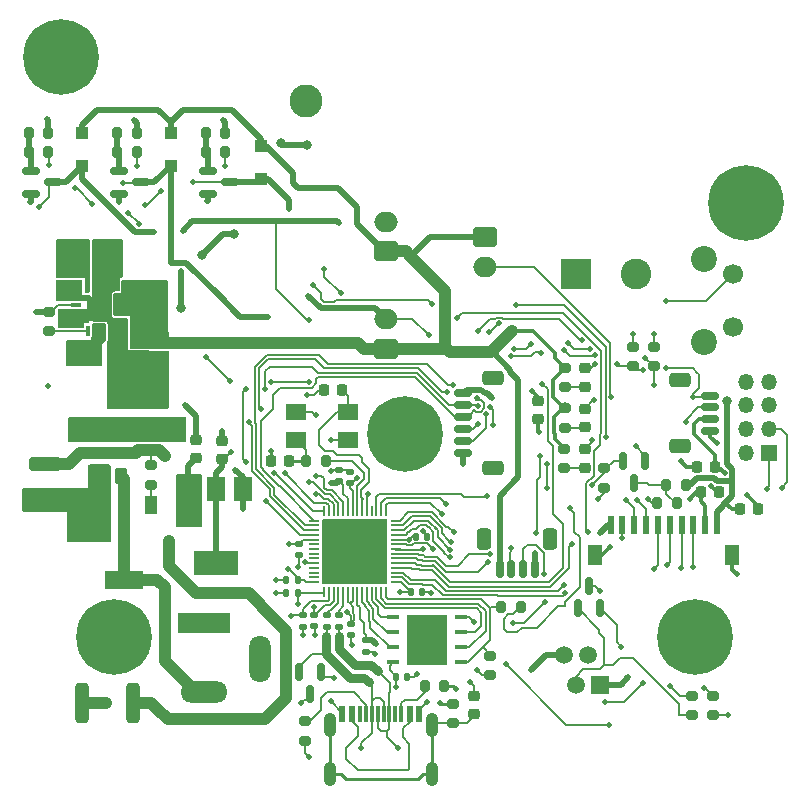
<source format=gbr>
%TF.GenerationSoftware,KiCad,Pcbnew,(5.99.0-11604-g878538abff)*%
%TF.CreationDate,2021-08-06T13:48:48+02:00*%
%TF.ProjectId,pixel-pump-mainboard,7375636b-6572-42d6-9f6e-652d6d61696e,rev?*%
%TF.SameCoordinates,Original*%
%TF.FileFunction,Copper,L1,Top*%
%TF.FilePolarity,Positive*%
%FSLAX46Y46*%
G04 Gerber Fmt 4.6, Leading zero omitted, Abs format (unit mm)*
G04 Created by KiCad (PCBNEW (5.99.0-11604-g878538abff)) date 2021-08-06 13:48:48*
%MOMM*%
%LPD*%
G01*
G04 APERTURE LIST*
G04 Aperture macros list*
%AMRoundRect*
0 Rectangle with rounded corners*
0 $1 Rounding radius*
0 $2 $3 $4 $5 $6 $7 $8 $9 X,Y pos of 4 corners*
0 Add a 4 corners polygon primitive as box body*
4,1,4,$2,$3,$4,$5,$6,$7,$8,$9,$2,$3,0*
0 Add four circle primitives for the rounded corners*
1,1,$1+$1,$2,$3*
1,1,$1+$1,$4,$5*
1,1,$1+$1,$6,$7*
1,1,$1+$1,$8,$9*
0 Add four rect primitives between the rounded corners*
20,1,$1+$1,$2,$3,$4,$5,0*
20,1,$1+$1,$4,$5,$6,$7,0*
20,1,$1+$1,$6,$7,$8,$9,0*
20,1,$1+$1,$8,$9,$2,$3,0*%
G04 Aperture macros list end*
%TA.AperFunction,SMDPad,CuDef*%
%ADD10RoundRect,0.150000X-0.150000X0.587500X-0.150000X-0.587500X0.150000X-0.587500X0.150000X0.587500X0*%
%TD*%
%TA.AperFunction,SMDPad,CuDef*%
%ADD11RoundRect,0.200000X-0.200000X-0.275000X0.200000X-0.275000X0.200000X0.275000X-0.200000X0.275000X0*%
%TD*%
%TA.AperFunction,SMDPad,CuDef*%
%ADD12RoundRect,0.250000X-1.100000X0.325000X-1.100000X-0.325000X1.100000X-0.325000X1.100000X0.325000X0*%
%TD*%
%TA.AperFunction,SMDPad,CuDef*%
%ADD13RoundRect,0.150000X-0.587500X-0.150000X0.587500X-0.150000X0.587500X0.150000X-0.587500X0.150000X0*%
%TD*%
%TA.AperFunction,ComponentPad*%
%ADD14R,1.350000X1.350000*%
%TD*%
%TA.AperFunction,ComponentPad*%
%ADD15O,1.350000X1.350000*%
%TD*%
%TA.AperFunction,SMDPad,CuDef*%
%ADD16RoundRect,0.200000X0.200000X0.275000X-0.200000X0.275000X-0.200000X-0.275000X0.200000X-0.275000X0*%
%TD*%
%TA.AperFunction,SMDPad,CuDef*%
%ADD17RoundRect,0.200000X0.275000X-0.200000X0.275000X0.200000X-0.275000X0.200000X-0.275000X-0.200000X0*%
%TD*%
%TA.AperFunction,ComponentPad*%
%ADD18C,6.400000*%
%TD*%
%TA.AperFunction,ComponentPad*%
%ADD19C,0.800000*%
%TD*%
%TA.AperFunction,SMDPad,CuDef*%
%ADD20RoundRect,0.225000X0.225000X0.250000X-0.225000X0.250000X-0.225000X-0.250000X0.225000X-0.250000X0*%
%TD*%
%TA.AperFunction,ComponentPad*%
%ADD21RoundRect,0.250000X0.750000X-0.600000X0.750000X0.600000X-0.750000X0.600000X-0.750000X-0.600000X0*%
%TD*%
%TA.AperFunction,ComponentPad*%
%ADD22O,2.000000X1.700000*%
%TD*%
%TA.AperFunction,SMDPad,CuDef*%
%ADD23RoundRect,0.218750X-0.256250X0.218750X-0.256250X-0.218750X0.256250X-0.218750X0.256250X0.218750X0*%
%TD*%
%TA.AperFunction,SMDPad,CuDef*%
%ADD24RoundRect,0.250000X-0.250000X-0.475000X0.250000X-0.475000X0.250000X0.475000X-0.250000X0.475000X0*%
%TD*%
%TA.AperFunction,ComponentPad*%
%ADD25R,1.500000X1.500000*%
%TD*%
%TA.AperFunction,ComponentPad*%
%ADD26C,1.500000*%
%TD*%
%TA.AperFunction,SMDPad,CuDef*%
%ADD27RoundRect,0.150000X-0.625000X0.150000X-0.625000X-0.150000X0.625000X-0.150000X0.625000X0.150000X0*%
%TD*%
%TA.AperFunction,SMDPad,CuDef*%
%ADD28RoundRect,0.250000X-0.650000X0.350000X-0.650000X-0.350000X0.650000X-0.350000X0.650000X0.350000X0*%
%TD*%
%TA.AperFunction,SMDPad,CuDef*%
%ADD29R,0.990600X1.498600*%
%TD*%
%TA.AperFunction,SMDPad,CuDef*%
%ADD30R,3.276600X1.498600*%
%TD*%
%TA.AperFunction,SMDPad,CuDef*%
%ADD31RoundRect,0.250000X0.262500X0.450000X-0.262500X0.450000X-0.262500X-0.450000X0.262500X-0.450000X0*%
%TD*%
%TA.AperFunction,SMDPad,CuDef*%
%ADD32RoundRect,0.140000X0.170000X-0.140000X0.170000X0.140000X-0.170000X0.140000X-0.170000X-0.140000X0*%
%TD*%
%TA.AperFunction,SMDPad,CuDef*%
%ADD33R,1.500000X2.000000*%
%TD*%
%TA.AperFunction,SMDPad,CuDef*%
%ADD34R,3.800000X2.000000*%
%TD*%
%TA.AperFunction,SMDPad,CuDef*%
%ADD35RoundRect,0.200000X-0.275000X0.200000X-0.275000X-0.200000X0.275000X-0.200000X0.275000X0.200000X0*%
%TD*%
%TA.AperFunction,SMDPad,CuDef*%
%ADD36RoundRect,0.140000X0.140000X0.170000X-0.140000X0.170000X-0.140000X-0.170000X0.140000X-0.170000X0*%
%TD*%
%TA.AperFunction,SMDPad,CuDef*%
%ADD37R,1.100000X1.100000*%
%TD*%
%TA.AperFunction,SMDPad,CuDef*%
%ADD38RoundRect,0.135000X-0.185000X0.135000X-0.185000X-0.135000X0.185000X-0.135000X0.185000X0.135000X0*%
%TD*%
%TA.AperFunction,SMDPad,CuDef*%
%ADD39RoundRect,0.225000X-0.250000X0.225000X-0.250000X-0.225000X0.250000X-0.225000X0.250000X0.225000X0*%
%TD*%
%TA.AperFunction,SMDPad,CuDef*%
%ADD40R,1.800000X1.400000*%
%TD*%
%TA.AperFunction,SMDPad,CuDef*%
%ADD41R,0.965200X0.381000*%
%TD*%
%TA.AperFunction,SMDPad,CuDef*%
%ADD42R,0.381000X0.965200*%
%TD*%
%TA.AperFunction,SMDPad,CuDef*%
%ADD43R,2.159000X2.159000*%
%TD*%
%TA.AperFunction,SMDPad,CuDef*%
%ADD44R,0.600000X1.450000*%
%TD*%
%TA.AperFunction,SMDPad,CuDef*%
%ADD45R,0.300000X1.450000*%
%TD*%
%TA.AperFunction,ComponentPad*%
%ADD46O,1.050000X2.100000*%
%TD*%
%TA.AperFunction,SMDPad,CuDef*%
%ADD47RoundRect,0.140000X-0.170000X0.140000X-0.170000X-0.140000X0.170000X-0.140000X0.170000X0.140000X0*%
%TD*%
%TA.AperFunction,ComponentPad*%
%ADD48C,2.200000*%
%TD*%
%TA.AperFunction,ComponentPad*%
%ADD49C,1.700000*%
%TD*%
%TA.AperFunction,ComponentPad*%
%ADD50C,2.800000*%
%TD*%
%TA.AperFunction,SMDPad,CuDef*%
%ADD51RoundRect,0.225000X0.250000X-0.225000X0.250000X0.225000X-0.250000X0.225000X-0.250000X-0.225000X0*%
%TD*%
%TA.AperFunction,SMDPad,CuDef*%
%ADD52R,1.040000X0.440000*%
%TD*%
%TA.AperFunction,SMDPad,CuDef*%
%ADD53R,3.400000X4.300000*%
%TD*%
%TA.AperFunction,SMDPad,CuDef*%
%ADD54RoundRect,0.150000X0.150000X-0.587500X0.150000X0.587500X-0.150000X0.587500X-0.150000X-0.587500X0*%
%TD*%
%TA.AperFunction,SMDPad,CuDef*%
%ADD55RoundRect,0.150000X0.625000X-0.150000X0.625000X0.150000X-0.625000X0.150000X-0.625000X-0.150000X0*%
%TD*%
%TA.AperFunction,SMDPad,CuDef*%
%ADD56RoundRect,0.250000X0.650000X-0.350000X0.650000X0.350000X-0.650000X0.350000X-0.650000X-0.350000X0*%
%TD*%
%TA.AperFunction,SMDPad,CuDef*%
%ADD57RoundRect,0.140000X-0.140000X-0.170000X0.140000X-0.170000X0.140000X0.170000X-0.140000X0.170000X0*%
%TD*%
%TA.AperFunction,ComponentPad*%
%ADD58R,4.400000X1.800000*%
%TD*%
%TA.AperFunction,ComponentPad*%
%ADD59O,4.000000X1.800000*%
%TD*%
%TA.AperFunction,ComponentPad*%
%ADD60O,1.800000X4.000000*%
%TD*%
%TA.AperFunction,SMDPad,CuDef*%
%ADD61RoundRect,0.250000X1.100000X-0.325000X1.100000X0.325000X-1.100000X0.325000X-1.100000X-0.325000X0*%
%TD*%
%TA.AperFunction,SMDPad,CuDef*%
%ADD62RoundRect,0.250000X0.312500X1.450000X-0.312500X1.450000X-0.312500X-1.450000X0.312500X-1.450000X0*%
%TD*%
%TA.AperFunction,ComponentPad*%
%ADD63RoundRect,0.250000X-0.750000X0.600000X-0.750000X-0.600000X0.750000X-0.600000X0.750000X0.600000X0*%
%TD*%
%TA.AperFunction,SMDPad,CuDef*%
%ADD64RoundRect,0.150000X-0.150000X-0.625000X0.150000X-0.625000X0.150000X0.625000X-0.150000X0.625000X0*%
%TD*%
%TA.AperFunction,SMDPad,CuDef*%
%ADD65RoundRect,0.250000X-0.350000X-0.650000X0.350000X-0.650000X0.350000X0.650000X-0.350000X0.650000X0*%
%TD*%
%TA.AperFunction,ComponentPad*%
%ADD66R,2.600000X2.600000*%
%TD*%
%TA.AperFunction,ComponentPad*%
%ADD67C,2.600000*%
%TD*%
%TA.AperFunction,SMDPad,CuDef*%
%ADD68RoundRect,0.225000X-0.225000X-0.250000X0.225000X-0.250000X0.225000X0.250000X-0.225000X0.250000X0*%
%TD*%
%TA.AperFunction,SMDPad,CuDef*%
%ADD69R,0.600000X1.550000*%
%TD*%
%TA.AperFunction,SMDPad,CuDef*%
%ADD70R,1.200000X1.800000*%
%TD*%
%TA.AperFunction,SMDPad,CuDef*%
%ADD71RoundRect,0.375000X-0.725000X0.375000X-0.725000X-0.375000X0.725000X-0.375000X0.725000X0.375000X0*%
%TD*%
%TA.AperFunction,SMDPad,CuDef*%
%ADD72RoundRect,0.050000X0.387500X0.050000X-0.387500X0.050000X-0.387500X-0.050000X0.387500X-0.050000X0*%
%TD*%
%TA.AperFunction,SMDPad,CuDef*%
%ADD73RoundRect,0.050000X0.050000X0.387500X-0.050000X0.387500X-0.050000X-0.387500X0.050000X-0.387500X0*%
%TD*%
%TA.AperFunction,SMDPad,CuDef*%
%ADD74RoundRect,0.144000X1.456000X1.456000X-1.456000X1.456000X-1.456000X-1.456000X1.456000X-1.456000X0*%
%TD*%
%TA.AperFunction,ViaPad*%
%ADD75C,0.500000*%
%TD*%
%TA.AperFunction,ViaPad*%
%ADD76C,0.800000*%
%TD*%
%TA.AperFunction,Conductor*%
%ADD77C,0.200000*%
%TD*%
%TA.AperFunction,Conductor*%
%ADD78C,0.500000*%
%TD*%
%TA.AperFunction,Conductor*%
%ADD79C,0.300000*%
%TD*%
%TA.AperFunction,Conductor*%
%ADD80C,0.250000*%
%TD*%
%TA.AperFunction,Conductor*%
%ADD81C,1.000000*%
%TD*%
%TA.AperFunction,Conductor*%
%ADD82C,0.800000*%
%TD*%
G04 APERTURE END LIST*
D10*
%TO.P,Q5,1,G*%
%TO.N,+3V3*%
X120457000Y-129491500D03*
%TO.P,Q5,2,S*%
%TO.N,UI LED Data*%
X118557000Y-129491500D03*
%TO.P,Q5,3,D*%
%TO.N,LED_DATA*%
X119507000Y-131366500D03*
%TD*%
D11*
%TO.P,R29,1*%
%TO.N,LED_DATA*%
X122238000Y-131572000D03*
%TO.P,R29,2*%
%TO.N,+5V*%
X123888000Y-131572000D03*
%TD*%
D12*
%TO.P,C1,1*%
%TO.N,+12V*%
X78500000Y-118025000D03*
%TO.P,C1,2*%
%TO.N,GND*%
X78500000Y-120975000D03*
%TD*%
D13*
%TO.P,Q2,1,G*%
%TO.N,Net-(Q2-Pad1)*%
X75897500Y-104965000D03*
%TO.P,Q2,2,S*%
%TO.N,GND*%
X75897500Y-106865000D03*
%TO.P,Q2,3,D*%
%TO.N,Net-(D7-Pad1)*%
X77772500Y-105915000D03*
%TD*%
D14*
%TO.P,J11,1,Pin_1*%
%TO.N,UART0_RX*%
X130971800Y-128806200D03*
D15*
%TO.P,J11,2,Pin_2*%
%TO.N,unconnected-(J11-Pad2)*%
X128971800Y-128806200D03*
%TO.P,J11,3,Pin_3*%
%TO.N,UART0_TX*%
X130971800Y-126806200D03*
%TO.P,J11,4,Pin_4*%
%TO.N,unconnected-(J11-Pad4)*%
X128971800Y-126806200D03*
%TO.P,J11,5,Pin_5*%
%TO.N,SWDIO*%
X130971800Y-124806200D03*
%TO.P,J11,6,Pin_6*%
%TO.N,SWCLK*%
X128971800Y-124806200D03*
%TO.P,J11,7,Pin_7*%
%TO.N,GND*%
X130971800Y-122806200D03*
%TO.P,J11,8,Pin_8*%
X128971800Y-122806200D03*
%TD*%
D16*
%TO.P,R27,1*%
%TO.N,OSC_OUT*%
X93408000Y-129540000D03*
%TO.P,R27,2*%
%TO.N,Net-(C7-Pad1)*%
X91758000Y-129540000D03*
%TD*%
D17*
%TO.P,R24,1*%
%TO.N,FPTVS*%
X126187200Y-151040600D03*
%TO.P,R24,2*%
%TO.N,FOOTPEDAL*%
X126187200Y-149390600D03*
%TD*%
D18*
%TO.P,H1,1*%
%TO.N,N/C*%
X124663200Y-144424400D03*
D19*
X124663200Y-142024400D03*
X122263200Y-144424400D03*
X126360256Y-142727344D03*
X122966144Y-142727344D03*
X124663200Y-146824400D03*
X126360256Y-146121456D03*
X122966144Y-146121456D03*
X127063200Y-144424400D03*
%TD*%
D18*
%TO.P,H4,1*%
%TO.N,N/C*%
X75488800Y-144424400D03*
D19*
X77185856Y-146121456D03*
X73791744Y-146121456D03*
X75488800Y-146824400D03*
X73791744Y-142727344D03*
X73088800Y-144424400D03*
X77185856Y-142727344D03*
X77888800Y-144424400D03*
X75488800Y-142024400D03*
%TD*%
D20*
%TO.P,C6,1*%
%TO.N,OSC_IN*%
X94805800Y-123494800D03*
%TO.P,C6,2*%
%TO.N,GND*%
X93255800Y-123494800D03*
%TD*%
D19*
%TO.P,H3,1*%
%TO.N,N/C*%
X100076000Y-124854000D03*
D18*
X100076000Y-127254000D03*
D19*
X101773056Y-128951056D03*
X100076000Y-129654000D03*
X97676000Y-127254000D03*
X98378944Y-128951056D03*
X98378944Y-125556944D03*
X102476000Y-127254000D03*
X101773056Y-125556944D03*
%TD*%
D21*
%TO.P,J1,1,Pin_1*%
%TO.N,+12V*%
X98535000Y-111740000D03*
D22*
%TO.P,J1,2,Pin_2*%
%TO.N,Net-(D2-Pad1)*%
X98535000Y-109240000D03*
%TD*%
D13*
%TO.P,Q3,1,G*%
%TO.N,Net-(Q3-Pad1)*%
X83390500Y-104965000D03*
%TO.P,Q3,2,S*%
%TO.N,GND*%
X83390500Y-106865000D03*
%TO.P,Q3,3,D*%
%TO.N,Net-(D10-Pad2)*%
X85265500Y-105915000D03*
%TD*%
D23*
%TO.P,D2,1,K*%
%TO.N,Net-(D2-Pad1)*%
X115316000Y-121640500D03*
%TO.P,D2,2,A*%
%TO.N,Net-(D2-Pad2)*%
X115316000Y-123215500D03*
%TD*%
D24*
%TO.P,C2,1*%
%TO.N,+12V*%
X72600000Y-112300000D03*
%TO.P,C2,2*%
%TO.N,GND*%
X74500000Y-112300000D03*
%TD*%
D11*
%TO.P,R11,1*%
%TO.N,Net-(Q3-Pad1)*%
X83249000Y-101724000D03*
%TO.P,R11,2*%
%TO.N,GND*%
X84899000Y-101724000D03*
%TD*%
D25*
%TO.P,J3,1*%
%TO.N,GND*%
X116592000Y-148441000D03*
D26*
%TO.P,J3,2*%
%TO.N,FPTVS*%
X115572000Y-145901000D03*
%TO.P,J3,3*%
%TO.N,FPATVS*%
X114552000Y-148441000D03*
%TO.P,J3,4*%
%TO.N,+3V3*%
X113532000Y-145901000D03*
%TD*%
D27*
%TO.P,J8,1,Pin_1*%
%TO.N,+3V3*%
X105050200Y-123788800D03*
%TO.P,J8,2,Pin_2*%
%TO.N,SPI0_CS*%
X105050200Y-124788800D03*
%TO.P,J8,3,Pin_3*%
%TO.N,SPI0_CLK*%
X105050200Y-125788800D03*
%TO.P,J8,4,Pin_4*%
%TO.N,SPI0_MISO*%
X105050200Y-126788800D03*
%TO.P,J8,5,Pin_5*%
%TO.N,SPI0_MOSI*%
X105050200Y-127788800D03*
%TO.P,J8,6,Pin_6*%
%TO.N,GND*%
X105050200Y-128788800D03*
D28*
%TO.P,J8,MP*%
%TO.N,N/C*%
X107575200Y-122488800D03*
X107575200Y-130088800D03*
%TD*%
D29*
%TO.P,Q4,1*%
%TO.N,Net-(Q4-Pad1)*%
X78613000Y-133248400D03*
%TO.P,Q4,2*%
%TO.N,Net-(J5-Pad2)*%
X76327000Y-133248400D03*
%TO.P,Q4,3*%
%TO.N,GND*%
X74041000Y-133248400D03*
D30*
%TO.P,Q4,T*%
%TO.N,Net-(J5-Pad2)*%
X76327000Y-139547600D03*
%TD*%
D20*
%TO.P,C25,1*%
%TO.N,GND*%
X126708200Y-132156200D03*
%TO.P,C25,2*%
%TO.N,+3V3*%
X125158200Y-132156200D03*
%TD*%
D31*
%TO.P,R19,1*%
%TO.N,Net-(J5-Pad2)*%
X76096500Y-130810000D03*
%TO.P,R19,2*%
%TO.N,GND*%
X74271500Y-130810000D03*
%TD*%
D11*
%TO.P,R9,1*%
%TO.N,Net-(Q2-Pad1)*%
X75756000Y-101724000D03*
%TO.P,R9,2*%
%TO.N,GND*%
X77406000Y-101724000D03*
%TD*%
D32*
%TO.P,C13,1*%
%TO.N,GND*%
X96799400Y-145641000D03*
%TO.P,C13,2*%
%TO.N,+1V1*%
X96799400Y-144681000D03*
%TD*%
D33*
%TO.P,U1,1,GND*%
%TO.N,GND*%
X86374000Y-131851000D03*
D34*
%TO.P,U1,2,VO*%
%TO.N,+3V3*%
X84074000Y-138151000D03*
D33*
X84074000Y-131851000D03*
%TO.P,U1,3,VI*%
%TO.N,+5V*%
X81774000Y-131851000D03*
%TD*%
D35*
%TO.P,R21,1*%
%TO.N,+3V3*%
X119380000Y-119825000D03*
%TO.P,R21,2*%
%TO.N,I2C0_SCL*%
X119380000Y-121475000D03*
%TD*%
D36*
%TO.P,C10,1*%
%TO.N,GND*%
X100302000Y-147828000D03*
%TO.P,C10,2*%
%TO.N,+3V3*%
X99342000Y-147828000D03*
%TD*%
D37*
%TO.P,D9,1,K*%
%TO.N,+12V*%
X80264000Y-101721000D03*
%TO.P,D9,2,A*%
%TO.N,Net-(D7-Pad1)*%
X80264000Y-104521000D03*
%TD*%
D19*
%TO.P,H5,1*%
%TO.N,N/C*%
X69321344Y-93603744D03*
X71018400Y-92900800D03*
X69321344Y-96997856D03*
X68618400Y-95300800D03*
D18*
X71018400Y-95300800D03*
D19*
X72715456Y-93603744D03*
X71018400Y-97700800D03*
X73418400Y-95300800D03*
X72715456Y-96997856D03*
%TD*%
D38*
%TO.P,R5,1*%
%TO.N,D-*%
X93467000Y-142520000D03*
%TO.P,R5,2*%
%TO.N,DN*%
X93467000Y-143540000D03*
%TD*%
D39*
%TO.P,C21,1*%
%TO.N,GND*%
X105968800Y-149389800D03*
%TO.P,C21,2*%
%TO.N,Net-(C21-Pad2)*%
X105968800Y-150939800D03*
%TD*%
D17*
%TO.P,R28,1*%
%TO.N,+3V3*%
X107315000Y-147637000D03*
%TO.P,R28,2*%
%TO.N,QSPI_SS*%
X107315000Y-145987000D03*
%TD*%
D37*
%TO.P,D10,1,K*%
%TO.N,+12V*%
X87884000Y-102864000D03*
%TO.P,D10,2,A*%
%TO.N,Net-(D10-Pad2)*%
X87884000Y-105664000D03*
%TD*%
D17*
%TO.P,R23,1*%
%TO.N,FPATVS*%
X124409200Y-151040600D03*
%TO.P,R23,2*%
%TO.N,FOOTPEDAL_AUX*%
X124409200Y-149390600D03*
%TD*%
D37*
%TO.P,D3,1,K*%
%TO.N,+12V*%
X72771000Y-101721000D03*
%TO.P,D3,2,A*%
%TO.N,Net-(D2-Pad1)*%
X72771000Y-104521000D03*
%TD*%
D40*
%TO.P,Y1,1*%
%TO.N,Net-(C7-Pad1)*%
X90916400Y-127742800D03*
%TO.P,Y1,2,GND*%
%TO.N,GND*%
X95316400Y-127742800D03*
%TO.P,Y1,3*%
%TO.N,OSC_IN*%
X95316400Y-125342800D03*
%TO.P,Y1,4,GND*%
%TO.N,GND*%
X90916400Y-125342800D03*
%TD*%
D41*
%TO.P,U2,1,PGND_2*%
%TO.N,GND*%
X76105000Y-117565200D03*
%TO.P,U2,2,VIN_2*%
%TO.N,+12V*%
X76105000Y-116930200D03*
%TO.P,U2,3,VIN*%
X76105000Y-116269800D03*
%TO.P,U2,4,EN*%
X76105000Y-115634800D03*
D42*
%TO.P,U2,5,SYNC*%
%TO.N,GND*%
X75165200Y-114695000D03*
%TO.P,U2,6,LBO*%
X74530200Y-114695000D03*
%TO.P,U2,7,LBI*%
X73869800Y-114695000D03*
%TO.P,U2,8,VINA*%
%TO.N,+12V*%
X73234800Y-114695000D03*
D41*
%TO.P,U2,9,AGND*%
%TO.N,GND*%
X72295000Y-115634800D03*
%TO.P,U2,10,FB*%
%TO.N,+5V*%
X72295000Y-116269800D03*
%TO.P,U2,11,GND_2*%
%TO.N,GND*%
X72295000Y-116930200D03*
%TO.P,U2,12,GND*%
X72295000Y-117565200D03*
D42*
%TO.P,U2,13,PG*%
%TO.N,Net-(R14-Pad2)*%
X73234800Y-118505000D03*
%TO.P,U2,14,SW_2*%
%TO.N,Net-(L1-Pad1)*%
X73869800Y-118505000D03*
%TO.P,U2,15,SW*%
X74530200Y-118505000D03*
%TO.P,U2,16,PGND*%
%TO.N,GND*%
X75165200Y-118505000D03*
D43*
%TO.P,U2,17,EP*%
X74200000Y-116600000D03*
%TD*%
D44*
%TO.P,J12,A1B12,GND*%
%TO.N,GND*%
X94794000Y-150945500D03*
%TO.P,J12,A4B9,VBUS*%
%TO.N,unconnected-(J12-PadA4B9)*%
X95594000Y-150945500D03*
D45*
%TO.P,J12,A5,CC1*%
%TO.N,Net-(J12-PadA5)*%
X96794000Y-150945500D03*
%TO.P,J12,A6,DP1*%
%TO.N,DP*%
X97794000Y-150945500D03*
%TO.P,J12,A7,DN1*%
%TO.N,DN*%
X98294000Y-150945500D03*
%TO.P,J12,A8,SBU1*%
%TO.N,unconnected-(J12-PadA8)*%
X99294000Y-150945500D03*
D44*
%TO.P,J12,B1A12,GND*%
%TO.N,GND*%
X101294000Y-150945500D03*
%TO.P,J12,B4A9,VBUS*%
%TO.N,unconnected-(J12-PadA4B9)*%
X100494000Y-150945500D03*
D45*
%TO.P,J12,B5,CC2*%
%TO.N,Net-(J12-PadB5)*%
X99794000Y-150945500D03*
%TO.P,J12,B6,DP2*%
%TO.N,DP*%
X98794000Y-150945500D03*
%TO.P,J12,B7,DN2*%
%TO.N,DN*%
X97294000Y-150945500D03*
%TO.P,J12,B8,SBU2*%
%TO.N,unconnected-(J12-PadB8)*%
X96294000Y-150945500D03*
D46*
%TO.P,J12,S1,SHIELD*%
%TO.N,Net-(C21-Pad2)*%
X93724000Y-151860500D03*
%TO.P,J12,S2,SHIELD*%
X102364000Y-151860500D03*
%TO.P,J12,S3,SHIELD*%
X93724000Y-156040500D03*
%TO.P,J12,S4,SHIELD*%
X102364000Y-156040500D03*
%TD*%
D12*
%TO.P,C5,1*%
%TO.N,Net-(C5-Pad1)*%
X69600000Y-129725000D03*
%TO.P,C5,2*%
%TO.N,GND*%
X69600000Y-132675000D03*
%TD*%
D32*
%TO.P,C17,1*%
%TO.N,GND*%
X95499000Y-144244000D03*
%TO.P,C17,2*%
%TO.N,+3V3*%
X95499000Y-143284000D03*
%TD*%
D47*
%TO.P,C14,1*%
%TO.N,+1V1*%
X92430600Y-142550000D03*
%TO.P,C14,2*%
%TO.N,GND*%
X92430600Y-143510000D03*
%TD*%
D48*
%TO.P,SW1,*%
%TO.N,*%
X125403800Y-112425600D03*
X125403800Y-119425600D03*
D49*
%TO.P,SW1,1,1*%
%TO.N,Net-(R26-Pad2)*%
X127903800Y-113675600D03*
%TO.P,SW1,2,2*%
%TO.N,GND*%
X127903800Y-118175600D03*
%TD*%
D11*
%TO.P,R17,1*%
%TO.N,Net-(Q3-Pad1)*%
X83249000Y-103375000D03*
%TO.P,R17,2*%
%TO.N,3_WAY_VALVE*%
X84899000Y-103375000D03*
%TD*%
D35*
%TO.P,R12,1*%
%TO.N,+12V*%
X113665000Y-125032000D03*
%TO.P,R12,2*%
%TO.N,Net-(D8-Pad2)*%
X113665000Y-126682000D03*
%TD*%
%TO.P,R20,1*%
%TO.N,Net-(C5-Pad1)*%
X78600000Y-129875000D03*
%TO.P,R20,2*%
%TO.N,Net-(Q4-Pad1)*%
X78600000Y-131525000D03*
%TD*%
%TO.P,R25,1*%
%TO.N,UI LED Data*%
X116967000Y-130112000D03*
%TO.P,R25,2*%
%TO.N,+3V3*%
X116967000Y-131762000D03*
%TD*%
D50*
%TO.P,TP19,1,1*%
%TO.N,GND*%
X91694000Y-99060000D03*
%TD*%
D13*
%TO.P,Q1,1,G*%
%TO.N,Net-(Q1-Pad1)*%
X68404500Y-104965000D03*
%TO.P,Q1,2,S*%
%TO.N,GND*%
X68404500Y-106865000D03*
%TO.P,Q1,3,D*%
%TO.N,Net-(D2-Pad1)*%
X70279500Y-105915000D03*
%TD*%
D51*
%TO.P,C11,1*%
%TO.N,+3V3*%
X84607400Y-129375200D03*
%TO.P,C11,2*%
%TO.N,GND*%
X84607400Y-127825200D03*
%TD*%
D47*
%TO.P,C12,1*%
%TO.N,GND*%
X94513400Y-130251200D03*
%TO.P,C12,2*%
%TO.N,+1V1*%
X94513400Y-131211200D03*
%TD*%
D52*
%TO.P,U3,1,~CS*%
%TO.N,QSPI_SS*%
X104821000Y-146558000D03*
%TO.P,U3,2,DO(IO1)*%
%TO.N,QSPI_SD1*%
X104821000Y-145288000D03*
%TO.P,U3,3,IO2*%
%TO.N,QSPI_SD2*%
X104821000Y-144018000D03*
%TO.P,U3,4,GND*%
%TO.N,GND*%
X104821000Y-142748000D03*
%TO.P,U3,5,DI(IO0)*%
%TO.N,QSPI_SD0*%
X99131000Y-142748000D03*
%TO.P,U3,6,CLK*%
%TO.N,QSPI_SCLK*%
X99131000Y-144018000D03*
%TO.P,U3,7,IO3*%
%TO.N,QSPI_SD3*%
X99131000Y-145288000D03*
%TO.P,U3,8,VCC*%
%TO.N,+3V3*%
X99131000Y-146558000D03*
D53*
%TO.P,U3,9*%
%TO.N,N/C*%
X101976000Y-144653000D03*
%TD*%
D54*
%TO.P,D1,1,K*%
%TO.N,FPATVS*%
X114721600Y-141958300D03*
%TO.P,D1,2,K*%
%TO.N,FPTVS*%
X116621600Y-141958300D03*
%TO.P,D1,3,A*%
%TO.N,GND*%
X115671600Y-140083300D03*
%TD*%
D55*
%TO.P,J7,1,Pin_1*%
%TO.N,GND*%
X125912000Y-126976000D03*
%TO.P,J7,2,Pin_2*%
%TO.N,+3V3*%
X125912000Y-125976000D03*
%TO.P,J7,3,Pin_3*%
%TO.N,I2C0_SDA*%
X125912000Y-124976000D03*
%TO.P,J7,4,Pin_4*%
%TO.N,I2C0_SCL*%
X125912000Y-123976000D03*
D56*
%TO.P,J7,MP*%
%TO.N,N/C*%
X123387000Y-128276000D03*
X123387000Y-122676000D03*
%TD*%
D20*
%TO.P,C24,1*%
%TO.N,GND*%
X129984800Y-133604000D03*
%TO.P,C24,2*%
%TO.N,+5V*%
X128434800Y-133604000D03*
%TD*%
D57*
%TO.P,C23,1*%
%TO.N,GND*%
X90066000Y-139573000D03*
%TO.P,C23,2*%
%TO.N,+3V3*%
X91026000Y-139573000D03*
%TD*%
D35*
%TO.P,R10,1*%
%TO.N,+12V*%
X113538000Y-128461000D03*
%TO.P,R10,2*%
%TO.N,Net-(D7-Pad2)*%
X113538000Y-130111000D03*
%TD*%
%TO.P,R8,1*%
%TO.N,+12V*%
X113665000Y-121603000D03*
%TO.P,R8,2*%
%TO.N,Net-(D2-Pad2)*%
X113665000Y-123253000D03*
%TD*%
D23*
%TO.P,D8,1,K*%
%TO.N,Net-(D10-Pad2)*%
X115316000Y-125069500D03*
%TO.P,D8,2,A*%
%TO.N,Net-(D8-Pad2)*%
X115316000Y-126644500D03*
%TD*%
D57*
%TO.P,C19,1*%
%TO.N,GND*%
X90066000Y-140716000D03*
%TO.P,C19,2*%
%TO.N,+3V3*%
X91026000Y-140716000D03*
%TD*%
D35*
%TO.P,R22,1*%
%TO.N,+3V3*%
X121158000Y-119825000D03*
%TO.P,R22,2*%
%TO.N,I2C0_SDA*%
X121158000Y-121475000D03*
%TD*%
D18*
%TO.P,H2,1*%
%TO.N,N/C*%
X128981200Y-107645200D03*
D19*
X130678256Y-109342256D03*
X126581200Y-107645200D03*
X127284144Y-105948144D03*
X128981200Y-110045200D03*
X128981200Y-105245200D03*
X130678256Y-105948144D03*
X131381200Y-107645200D03*
X127284144Y-109342256D03*
%TD*%
D58*
%TO.P,J5,1*%
%TO.N,Net-(F1-Pad2)*%
X83067600Y-143256000D03*
D59*
%TO.P,J5,2*%
%TO.N,Net-(J5-Pad2)*%
X83067600Y-149056000D03*
D60*
%TO.P,J5,3*%
%TO.N,N/C*%
X87867600Y-146256000D03*
%TD*%
D11*
%TO.P,R26,1*%
%TO.N,QSPI_SS*%
X108268000Y-141859000D03*
%TO.P,R26,2*%
%TO.N,Net-(R26-Pad2)*%
X109918000Y-141859000D03*
%TD*%
D21*
%TO.P,J2,1,Pin_1*%
%TO.N,+12V*%
X98535000Y-119995000D03*
D22*
%TO.P,J2,2,Pin_2*%
%TO.N,Net-(D7-Pad1)*%
X98535000Y-117495000D03*
%TD*%
D17*
%TO.P,R3,1*%
%TO.N,Net-(C21-Pad2)*%
X104140000Y-151701000D03*
%TO.P,R3,2*%
%TO.N,GND*%
X104140000Y-150051000D03*
%TD*%
D47*
%TO.P,C20,1*%
%TO.N,GND*%
X95478600Y-130406200D03*
%TO.P,C20,2*%
%TO.N,+3V3*%
X95478600Y-131366200D03*
%TD*%
D51*
%TO.P,C3,1*%
%TO.N,+5V*%
X82400000Y-129275000D03*
%TO.P,C3,2*%
%TO.N,GND*%
X82400000Y-127725000D03*
%TD*%
D61*
%TO.P,C4,1*%
%TO.N,+5V*%
X78500000Y-126875000D03*
%TO.P,C4,2*%
%TO.N,GND*%
X78500000Y-123925000D03*
%TD*%
D10*
%TO.P,D4,1,K*%
%TO.N,DP*%
X93025000Y-147398500D03*
%TO.P,D4,2,K*%
%TO.N,DN*%
X91125000Y-147398500D03*
%TO.P,D4,3,A*%
%TO.N,GND*%
X92075000Y-149273500D03*
%TD*%
D51*
%TO.P,C27,1*%
%TO.N,GND*%
X111404400Y-125946200D03*
%TO.P,C27,2*%
%TO.N,+3V3*%
X111404400Y-124396200D03*
%TD*%
D11*
%TO.P,R7,1*%
%TO.N,Net-(Q1-Pad1)*%
X68263000Y-103375000D03*
%TO.P,R7,2*%
%TO.N,NC_VALVE*%
X69913000Y-103375000D03*
%TD*%
D62*
%TO.P,F1,1*%
%TO.N,Net-(C5-Pad1)*%
X77067500Y-149987000D03*
%TO.P,F1,2*%
%TO.N,Net-(F1-Pad2)*%
X72792500Y-149987000D03*
%TD*%
D63*
%TO.P,J4,1,Pin_1*%
%TO.N,+12V*%
X106900200Y-110560800D03*
D22*
%TO.P,J4,2,Pin_2*%
%TO.N,Net-(D10-Pad2)*%
X106900200Y-113060800D03*
%TD*%
D20*
%TO.P,C7,1*%
%TO.N,Net-(C7-Pad1)*%
X90310000Y-129540000D03*
%TO.P,C7,2*%
%TO.N,GND*%
X88760000Y-129540000D03*
%TD*%
D17*
%TO.P,R1,1*%
%TO.N,GND*%
X91617800Y-153199600D03*
%TO.P,R1,2*%
%TO.N,Net-(J12-PadA5)*%
X91617800Y-151549600D03*
%TD*%
D16*
%TO.P,R2,1*%
%TO.N,GND*%
X103441000Y-148590000D03*
%TO.P,R2,2*%
%TO.N,Net-(J12-PadB5)*%
X101791000Y-148590000D03*
%TD*%
D64*
%TO.P,J9,1,Pin_1*%
%TO.N,+12V*%
X108126400Y-138637400D03*
%TO.P,J9,2,Pin_2*%
%TO.N,MOTOR_PWM*%
X109126400Y-138637400D03*
%TO.P,J9,3,Pin_3*%
%TO.N,BEMF*%
X110126400Y-138637400D03*
%TO.P,J9,4,Pin_4*%
%TO.N,GND*%
X111126400Y-138637400D03*
D65*
%TO.P,J9,MP*%
%TO.N,N/C*%
X112426400Y-136112400D03*
X106826400Y-136112400D03*
%TD*%
D35*
%TO.P,R14,1*%
%TO.N,+5V*%
X69950000Y-116875000D03*
%TO.P,R14,2*%
%TO.N,Net-(R14-Pad2)*%
X69950000Y-118525000D03*
%TD*%
D66*
%TO.P,J6,1,Pin_1*%
%TO.N,Net-(C5-Pad1)*%
X114625200Y-113639800D03*
D67*
%TO.P,J6,2,Pin_2*%
%TO.N,+12V*%
X119705200Y-113639800D03*
%TD*%
D32*
%TO.P,C16,1*%
%TO.N,GND*%
X91135200Y-137462200D03*
%TO.P,C16,2*%
%TO.N,+3V3*%
X91135200Y-136502200D03*
%TD*%
D11*
%TO.P,R6,1*%
%TO.N,Net-(Q1-Pad1)*%
X68263000Y-101724000D03*
%TO.P,R6,2*%
%TO.N,GND*%
X69913000Y-101724000D03*
%TD*%
D47*
%TO.P,C15,1*%
%TO.N,+3V3*%
X91440000Y-142572800D03*
%TO.P,C15,2*%
%TO.N,GND*%
X91440000Y-143532800D03*
%TD*%
D68*
%TO.P,C26,1*%
%TO.N,GND*%
X124828000Y-129971800D03*
%TO.P,C26,2*%
%TO.N,+3V3*%
X126378000Y-129971800D03*
%TD*%
D11*
%TO.P,R13,1*%
%TO.N,Net-(J10-Pad9)*%
X121476000Y-133096000D03*
%TO.P,R13,2*%
%TO.N,LED_DATA*%
X123126000Y-133096000D03*
%TD*%
D23*
%TO.P,D7,1,K*%
%TO.N,Net-(D7-Pad1)*%
X115316000Y-128498500D03*
%TO.P,D7,2,A*%
%TO.N,Net-(D7-Pad2)*%
X115316000Y-130073500D03*
%TD*%
D69*
%TO.P,J10,1,1*%
%TO.N,+5V*%
X126521600Y-134922000D03*
%TO.P,J10,2,2*%
%TO.N,+3V3*%
X125521600Y-134922000D03*
%TO.P,J10,3,3*%
%TO.N,Lift Btn*%
X124521600Y-134922000D03*
%TO.P,J10,4,4*%
%TO.N,Drop Btn*%
X123521600Y-134922000D03*
%TO.P,J10,5,5*%
%TO.N,Low Btn*%
X122521600Y-134922000D03*
%TO.P,J10,6,6*%
%TO.N,High Btn*%
X121521600Y-134922000D03*
%TO.P,J10,7,7*%
%TO.N,Reverse Btn*%
X120521600Y-134922000D03*
%TO.P,J10,8,8*%
%TO.N,Trigger Btn*%
X119521600Y-134922000D03*
%TO.P,J10,9,9*%
%TO.N,Net-(J10-Pad9)*%
X118521600Y-134922000D03*
%TO.P,J10,10,10*%
%TO.N,GND*%
X117521600Y-134922000D03*
D70*
%TO.P,J10,S1,SHIELD*%
X127821600Y-137447000D03*
%TO.P,J10,S2,SHIELD*%
X116221600Y-137447000D03*
%TD*%
D38*
%TO.P,R4,1*%
%TO.N,D+*%
X94483000Y-142520000D03*
%TO.P,R4,2*%
%TO.N,DP*%
X94483000Y-143540000D03*
%TD*%
D71*
%TO.P,L1,1,1*%
%TO.N,Net-(L1-Pad1)*%
X72957500Y-120550000D03*
%TO.P,L1,2,2*%
%TO.N,+5V*%
X72957500Y-126850000D03*
%TD*%
D36*
%TO.P,C18,1*%
%TO.N,GND*%
X101546600Y-140589000D03*
%TO.P,C18,2*%
%TO.N,+3V3*%
X100586600Y-140589000D03*
%TD*%
%TO.P,C22,1*%
%TO.N,GND*%
X101978400Y-135915400D03*
%TO.P,C22,2*%
%TO.N,+3V3*%
X101018400Y-135915400D03*
%TD*%
D11*
%TO.P,R15,1*%
%TO.N,Net-(Q2-Pad1)*%
X75756000Y-103375000D03*
%TO.P,R15,2*%
%TO.N,NO_VALVE*%
X77406000Y-103375000D03*
%TD*%
D72*
%TO.P,U4,1,IOVDD*%
%TO.N,+3V3*%
X99317500Y-139760000D03*
%TO.P,U4,2,GPIO0*%
%TO.N,UART0_TX*%
X99317500Y-139360000D03*
%TO.P,U4,3,GPIO1*%
%TO.N,UART0_RX*%
X99317500Y-138960000D03*
%TO.P,U4,4,GPIO2*%
%TO.N,NO_VALVE*%
X99317500Y-138560000D03*
%TO.P,U4,5,GPIO3*%
%TO.N,NC_VALVE*%
X99317500Y-138160000D03*
%TO.P,U4,6,GPIO4*%
%TO.N,3_WAY_VALVE*%
X99317500Y-137760000D03*
%TO.P,U4,7,GPIO5*%
%TO.N,MOTOR_PWM*%
X99317500Y-137360000D03*
%TO.P,U4,8,GPIO6*%
%TO.N,FOOTPEDAL*%
X99317500Y-136960000D03*
%TO.P,U4,9,GPIO7*%
%TO.N,FOOTPEDAL_AUX*%
X99317500Y-136560000D03*
%TO.P,U4,10,IOVDD*%
%TO.N,+3V3*%
X99317500Y-136160000D03*
%TO.P,U4,11,GPIO8*%
%TO.N,Lift Btn*%
X99317500Y-135760000D03*
%TO.P,U4,12,GPIO9*%
%TO.N,Drop Btn*%
X99317500Y-135360000D03*
%TO.P,U4,13,GPIO10*%
%TO.N,High Btn*%
X99317500Y-134960000D03*
%TO.P,U4,14,GPIO11*%
%TO.N,Low Btn*%
X99317500Y-134560000D03*
D73*
%TO.P,U4,15,GPIO12*%
%TO.N,Reverse Btn*%
X98480000Y-133722500D03*
%TO.P,U4,16,GPIO13*%
%TO.N,Trigger Btn*%
X98080000Y-133722500D03*
%TO.P,U4,17,GPIO14*%
%TO.N,UI LED Data*%
X97680000Y-133722500D03*
%TO.P,U4,18,GPIO15*%
%TO.N,unconnected-(U4-Pad18)*%
X97280000Y-133722500D03*
%TO.P,U4,19,TESTEN*%
%TO.N,GND*%
X96880000Y-133722500D03*
%TO.P,U4,20,XIN*%
%TO.N,OSC_IN*%
X96480000Y-133722500D03*
%TO.P,U4,21,XOUT*%
%TO.N,OSC_OUT*%
X96080000Y-133722500D03*
%TO.P,U4,22,IOVDD*%
%TO.N,+3V3*%
X95680000Y-133722500D03*
%TO.P,U4,23,DVDD*%
%TO.N,+1V1*%
X95280000Y-133722500D03*
%TO.P,U4,24,SWCLK*%
%TO.N,SWCLK*%
X94880000Y-133722500D03*
%TO.P,U4,25,SWD*%
%TO.N,SWDIO*%
X94480000Y-133722500D03*
%TO.P,U4,26,RUN*%
%TO.N,Net-(TP5-Pad1)*%
X94080000Y-133722500D03*
%TO.P,U4,27,GPIO16*%
%TO.N,I2C0_SDA*%
X93680000Y-133722500D03*
%TO.P,U4,28,GPIO17*%
%TO.N,I2C0_SCL*%
X93280000Y-133722500D03*
D72*
%TO.P,U4,29,GPIO18*%
%TO.N,SPI0_CLK*%
X92442500Y-134560000D03*
%TO.P,U4,30,GPIO19*%
%TO.N,SPI0_MOSI*%
X92442500Y-134960000D03*
%TO.P,U4,31,GPIO20*%
%TO.N,SPI0_MISO*%
X92442500Y-135360000D03*
%TO.P,U4,32,GPIO21*%
%TO.N,SPI0_CS*%
X92442500Y-135760000D03*
%TO.P,U4,33,IOVDD*%
%TO.N,+3V3*%
X92442500Y-136160000D03*
%TO.P,U4,34,GPIO22*%
%TO.N,unconnected-(U4-Pad34)*%
X92442500Y-136560000D03*
%TO.P,U4,35,GPIO23*%
%TO.N,unconnected-(U4-Pad35)*%
X92442500Y-136960000D03*
%TO.P,U4,36,GPIO24*%
%TO.N,unconnected-(U4-Pad36)*%
X92442500Y-137360000D03*
%TO.P,U4,37,GPIO25*%
%TO.N,unconnected-(U4-Pad37)*%
X92442500Y-137760000D03*
%TO.P,U4,38,GPIO26_ADC0*%
%TO.N,BEMF*%
X92442500Y-138160000D03*
%TO.P,U4,39,GPIO27_ADC1*%
%TO.N,unconnected-(U4-Pad39)*%
X92442500Y-138560000D03*
%TO.P,U4,40,GPIO28_ADC2*%
%TO.N,unconnected-(U4-Pad40)*%
X92442500Y-138960000D03*
%TO.P,U4,41,GPIO29_ADC3*%
%TO.N,unconnected-(U4-Pad41)*%
X92442500Y-139360000D03*
%TO.P,U4,42,IOVDD*%
%TO.N,+3V3*%
X92442500Y-139760000D03*
D73*
%TO.P,U4,43,ADC_AVDD*%
X93280000Y-140597500D03*
%TO.P,U4,44,VREG_IN*%
X93680000Y-140597500D03*
%TO.P,U4,45,VREG_VOUT*%
%TO.N,+1V1*%
X94080000Y-140597500D03*
%TO.P,U4,46,USB_DM*%
%TO.N,D-*%
X94480000Y-140597500D03*
%TO.P,U4,47,USB_DP*%
%TO.N,D+*%
X94880000Y-140597500D03*
%TO.P,U4,48,USB_VDD*%
%TO.N,+3V3*%
X95280000Y-140597500D03*
%TO.P,U4,49,IOVDD*%
X95680000Y-140597500D03*
%TO.P,U4,50,DVDD*%
%TO.N,+1V1*%
X96080000Y-140597500D03*
%TO.P,U4,51,QSPI_SD3*%
%TO.N,QSPI_SD3*%
X96480000Y-140597500D03*
%TO.P,U4,52,QSPI_SCLK*%
%TO.N,QSPI_SCLK*%
X96880000Y-140597500D03*
%TO.P,U4,53,QSPI_SD0*%
%TO.N,QSPI_SD0*%
X97280000Y-140597500D03*
%TO.P,U4,54,QSPI_SD2*%
%TO.N,QSPI_SD2*%
X97680000Y-140597500D03*
%TO.P,U4,55,QSPI_SD1*%
%TO.N,QSPI_SD1*%
X98080000Y-140597500D03*
%TO.P,U4,56,QSPI_SS*%
%TO.N,QSPI_SS*%
X98480000Y-140597500D03*
D74*
%TO.P,U4,57,GND*%
%TO.N,GND*%
X95880000Y-137160000D03*
%TD*%
D75*
%TO.N,GND*%
X96520000Y-134924800D03*
X73406000Y-135636000D03*
X89154000Y-139573000D03*
X91313000Y-149961600D03*
X129057400Y-132384800D03*
X71150000Y-114700000D03*
X104444800Y-148818600D03*
X72390000Y-135636000D03*
X93853000Y-149860000D03*
X92557600Y-125628400D03*
X72390000Y-133731000D03*
X91063362Y-138515479D03*
X93649800Y-137236200D03*
X93649800Y-134975600D03*
X98120200Y-138201400D03*
X85750400Y-130225800D03*
X102285800Y-140639800D03*
X88773000Y-128651000D03*
X116636800Y-140512800D03*
X83388200Y-107518200D03*
X71200000Y-117100000D03*
X93827600Y-127711200D03*
X75400000Y-124150000D03*
X76200000Y-124150000D03*
X76050000Y-118500000D03*
X95605600Y-145110200D03*
X111125000Y-137287000D03*
X105029000Y-129794000D03*
X98120200Y-137236200D03*
X74422000Y-134747000D03*
X78500000Y-122500000D03*
X91948000Y-154559000D03*
X101142800Y-147574000D03*
X75400000Y-123300000D03*
X101625400Y-135407400D03*
X71200000Y-117800000D03*
X97815400Y-134924800D03*
X92456000Y-144272000D03*
X81500000Y-124800000D03*
X75895200Y-107543600D03*
X126009400Y-131648200D03*
X79450000Y-122500000D03*
X76200000Y-123300000D03*
X77165200Y-100609400D03*
X97019500Y-132301616D03*
X93853000Y-130369799D03*
X98120200Y-139344400D03*
X93649800Y-136093200D03*
X118999000Y-147802600D03*
X84683600Y-100609400D03*
X84607400Y-126949200D03*
X91846400Y-123875800D03*
X101963237Y-149902300D03*
X86410800Y-133553200D03*
X76200000Y-121450000D03*
X76200000Y-120550000D03*
X74422000Y-135636000D03*
X116636800Y-135610600D03*
X98145600Y-136144000D03*
X117475000Y-136779000D03*
X105638600Y-148234400D03*
X95859600Y-139395200D03*
X76200000Y-122350000D03*
X69900000Y-123150000D03*
X89154000Y-140716000D03*
X75400000Y-122350000D03*
X126492000Y-128016000D03*
X77550000Y-122500000D03*
X97104200Y-139395200D03*
X76200000Y-119600000D03*
X97612200Y-145872200D03*
X68402200Y-107569000D03*
X111429800Y-127050800D03*
X69824600Y-100584000D03*
X103098600Y-150012400D03*
X75450000Y-113600000D03*
X91440000Y-144272000D03*
X71150000Y-115550000D03*
X72390000Y-134747000D03*
X73406000Y-134747000D03*
X75400000Y-120500000D03*
X75400000Y-121450000D03*
X72390000Y-132715000D03*
X75400000Y-119600000D03*
X123469400Y-129514600D03*
X74200000Y-113600000D03*
X93649800Y-138328400D03*
X105918000Y-143129000D03*
X93649800Y-139369800D03*
X128193800Y-139065000D03*
X72300000Y-114700000D03*
%TO.N,+3V3*%
X110871000Y-123571000D03*
X124256800Y-132689600D03*
X106172000Y-147193000D03*
X100469000Y-136160000D03*
X121158000Y-118745000D03*
X84886800Y-138176000D03*
X84074000Y-138151000D03*
X84074000Y-134670800D03*
X119634000Y-128270000D03*
X95224600Y-142316200D03*
X107450702Y-124194398D03*
X91059000Y-141605000D03*
X119380000Y-118745000D03*
X127177800Y-130530600D03*
X84074000Y-133197600D03*
X85394800Y-128752600D03*
X90297000Y-136525000D03*
X90424000Y-142621000D03*
X110769400Y-147167600D03*
X96041541Y-130920550D03*
X90170000Y-138684000D03*
X116459000Y-132715000D03*
X99695000Y-140589000D03*
X83312000Y-138176000D03*
X84277200Y-130302000D03*
X99390200Y-148640800D03*
%TO.N,+1V1*%
X97688400Y-145034000D03*
X92405200Y-141859000D03*
X93853000Y-131368800D03*
%TO.N,Net-(D2-Pad1)*%
X116205000Y-121285000D03*
X69138800Y-108000800D03*
X91948000Y-117602000D03*
X94488000Y-109321600D03*
X115062000Y-119253000D03*
X81280000Y-110032800D03*
X106299000Y-118491000D03*
X78841600Y-110083600D03*
%TO.N,FOOTPEDAL*%
X125399800Y-148717000D03*
X108635800Y-146710400D03*
X101600000Y-136982200D03*
X117373400Y-151815800D03*
%TO.N,Net-(D7-Pad1)*%
X115951000Y-127762000D03*
X91897200Y-115493800D03*
X108077000Y-117856000D03*
X76225400Y-105968800D03*
X109474000Y-116332000D03*
X107188000Y-118618000D03*
X88519000Y-117271800D03*
X117094000Y-127508000D03*
X102108000Y-118872000D03*
%TO.N,Net-(D10-Pad2)*%
X117593500Y-124126864D03*
X78105000Y-107848400D03*
X90297000Y-108178600D03*
X116117989Y-124351664D03*
X79451200Y-106629200D03*
X82169000Y-105918000D03*
D76*
%TO.N,Net-(C5-Pad1)*%
X80137000Y-136271000D03*
X79800000Y-129100000D03*
D75*
%TO.N,FOOTPEDAL_AUX*%
X102463600Y-136931400D03*
X117068600Y-149885400D03*
X122529600Y-148539200D03*
X120294400Y-148285200D03*
D76*
%TO.N,Net-(F1-Pad2)*%
X74803000Y-149987000D03*
D75*
%TO.N,I2C0_SDA*%
X116205000Y-120523000D03*
X123909200Y-126195200D03*
X111633000Y-120396000D03*
X89966800Y-130556000D03*
X113538000Y-120142000D03*
X120396000Y-120777000D03*
X121158000Y-123063000D03*
X109093000Y-120650000D03*
%TO.N,I2C0_SCL*%
X115745849Y-120029651D03*
X124460000Y-124079000D03*
X110744000Y-119634000D03*
X122174000Y-121666000D03*
X118070011Y-121291876D03*
X113919000Y-119507000D03*
X109347000Y-120015000D03*
X120269000Y-121793000D03*
X89052400Y-130479800D03*
%TO.N,SPI0_CS*%
X106299000Y-124841000D03*
X107569000Y-126492000D03*
X107315000Y-124968000D03*
X86614000Y-123444000D03*
X88265000Y-123444000D03*
X86622500Y-129590800D03*
X88315800Y-132867400D03*
%TO.N,SPI0_CLK*%
X106203992Y-124198483D03*
%TO.N,SPI0_MISO*%
X103632000Y-123698000D03*
X87884000Y-125095000D03*
X106299000Y-126365000D03*
X86868000Y-126238000D03*
%TO.N,SPI0_MOSI*%
X106993509Y-125559294D03*
X104140000Y-123063000D03*
%TO.N,Lift Btn*%
X103935523Y-137670379D03*
X124460000Y-138455400D03*
%TO.N,Drop Btn*%
X123444000Y-138531600D03*
X103950706Y-137021054D03*
%TO.N,Low Btn*%
X122301000Y-138277600D03*
X104241600Y-135534400D03*
%TO.N,High Btn*%
X103987600Y-136372600D03*
X121183400Y-138684000D03*
%TO.N,Reverse Btn*%
X103225600Y-133985000D03*
X119761000Y-132842000D03*
%TO.N,Trigger Btn*%
X103555800Y-133146800D03*
X118795800Y-132765800D03*
%TO.N,UI LED Data*%
X115951000Y-131572000D03*
X107061000Y-132461000D03*
%TO.N,UART0_RX*%
X130733800Y-131851400D03*
X113614200Y-139979400D03*
%TO.N,UART0_TX*%
X113690400Y-140665200D03*
X132054600Y-131749800D03*
%TO.N,SWDIO*%
X91973400Y-131267200D03*
%TO.N,SWCLK*%
X92557600Y-130733800D03*
%TO.N,NC_VALVE*%
X72150000Y-106400000D03*
X76700000Y-108500000D03*
X111734600Y-122986800D03*
X88798400Y-122783600D03*
X73650000Y-107750000D03*
X85293200Y-122732800D03*
X69951600Y-104470200D03*
X77550000Y-109450000D03*
X92013975Y-122798624D03*
X83261200Y-120726200D03*
%TO.N,NO_VALVE*%
X77393800Y-104546400D03*
X115620800Y-135483600D03*
X92303600Y-114604800D03*
X114276488Y-136497712D03*
X104546400Y-117398800D03*
X102362000Y-116205000D03*
%TO.N,3_WAY_VALVE*%
X84836000Y-104546400D03*
X111226600Y-135559800D03*
X93243400Y-113284000D03*
X111556800Y-129057400D03*
X94665800Y-115316000D03*
X107111800Y-138049000D03*
%TO.N,MOTOR_PWM*%
X109093000Y-136906000D03*
X107315000Y-137414000D03*
%TO.N,Net-(R26-Pad2)*%
X112141000Y-131826000D03*
X112141000Y-129794000D03*
X122174000Y-115951000D03*
X114046000Y-133477000D03*
%TO.N,Net-(TP5-Pad1)*%
X92581957Y-132258842D03*
%TO.N,BEMF*%
X91654589Y-138015979D03*
X109296200Y-143205200D03*
X111887000Y-139090400D03*
X111963200Y-141427200D03*
%TO.N,Net-(J10-Pad9)*%
X120650000Y-132715000D03*
X118491000Y-136017000D03*
%TO.N,DP*%
X99517200Y-153822400D03*
X94081600Y-147878800D03*
X95848464Y-146795000D03*
%TO.N,DN*%
X96418400Y-153822400D03*
%TO.N,FPTVS*%
X118440200Y-145211800D03*
X127482600Y-150977600D03*
%TO.N,+12V*%
X71300000Y-112350000D03*
X72550000Y-111150000D03*
X78900000Y-116050000D03*
X77450000Y-116100000D03*
X77450000Y-114800000D03*
X78900000Y-114800000D03*
X72400000Y-113550000D03*
X71300000Y-111450000D03*
X71250000Y-113350000D03*
D76*
X109169200Y-118491000D03*
%TO.N,+5V*%
X91821000Y-102717600D03*
X82956400Y-112064800D03*
D75*
X82296000Y-134467600D03*
X81127600Y-113411000D03*
X81330800Y-133553200D03*
X81100000Y-127300000D03*
X81330800Y-134467600D03*
D76*
X81153000Y-116509800D03*
X85623400Y-110286800D03*
D75*
X80400000Y-127300000D03*
X68910200Y-116865400D03*
X81100000Y-126300000D03*
X80400000Y-126300000D03*
D76*
X127381000Y-124460000D03*
X89611200Y-102616000D03*
D75*
X82296000Y-133553200D03*
%TD*%
D77*
%TO.N,GND*%
X91617800Y-153199600D02*
X91617800Y-154228800D01*
D78*
X83390500Y-107515900D02*
X83388200Y-107518200D01*
D79*
X129984800Y-133312200D02*
X129057400Y-132384800D01*
X125912000Y-126976000D02*
X125912000Y-127436000D01*
D78*
X84899000Y-101724000D02*
X84899000Y-100824800D01*
D77*
X101294000Y-150571537D02*
X101963237Y-149902300D01*
D78*
X86374000Y-133516400D02*
X86410800Y-133553200D01*
D79*
X123926600Y-129971800D02*
X123469400Y-129514600D01*
X125912000Y-127436000D02*
X126492000Y-128016000D01*
D77*
X92451000Y-144267000D02*
X92456000Y-144272000D01*
X101294000Y-150945500D02*
X101294000Y-150571537D01*
D78*
X86374000Y-131851000D02*
X86374000Y-130849400D01*
D77*
X92272000Y-125342800D02*
X92557600Y-125628400D01*
D78*
X75897500Y-106865000D02*
X75897500Y-107541300D01*
D77*
X92202000Y-149705300D02*
X91569300Y-149705300D01*
D79*
X127821600Y-137447000D02*
X127821600Y-138692800D01*
D77*
X94794000Y-150801000D02*
X93853000Y-149860000D01*
D78*
X117325400Y-134922000D02*
X116636800Y-135610600D01*
D79*
X111404400Y-125946200D02*
X111404400Y-127025400D01*
D80*
X104216200Y-148590000D02*
X104444800Y-148818600D01*
X103441000Y-148590000D02*
X104216200Y-148590000D01*
D77*
X104821000Y-142748000D02*
X105537000Y-142748000D01*
X91135200Y-137462200D02*
X91135200Y-138443641D01*
D78*
X86374000Y-130849400D02*
X85750400Y-130225800D01*
D77*
X91617800Y-154228800D02*
X91948000Y-154559000D01*
X96880000Y-133722500D02*
X96880000Y-132441116D01*
D79*
X127821600Y-138692800D02*
X128193800Y-139065000D01*
D78*
X118360600Y-148441000D02*
X118999000Y-147802600D01*
X84899000Y-100824800D02*
X84683600Y-100609400D01*
D77*
X95252600Y-130406200D02*
X95097600Y-130251200D01*
D78*
X82400000Y-127725000D02*
X82400000Y-125700000D01*
X86374000Y-132167600D02*
X86374000Y-133516400D01*
D80*
X88760000Y-128664000D02*
X88773000Y-128651000D01*
D77*
X101546600Y-140589000D02*
X102235000Y-140589000D01*
X96799400Y-145641000D02*
X97381000Y-145641000D01*
D78*
X111126400Y-138637400D02*
X111126400Y-137288400D01*
D77*
X90916400Y-125342800D02*
X92272000Y-125342800D01*
D78*
X82400000Y-125700000D02*
X81500000Y-124800000D01*
D77*
X100302000Y-147828000D02*
X100888800Y-147828000D01*
X94794000Y-150945500D02*
X94794000Y-150801000D01*
X101953000Y-135735000D02*
X101625400Y-135407400D01*
X95499000Y-145003600D02*
X95605600Y-145110200D01*
X92451000Y-143510000D02*
X92451000Y-144267000D01*
D78*
X84607400Y-127825200D02*
X84607400Y-126949200D01*
X86374000Y-131851000D02*
X86374000Y-132167600D01*
X68404500Y-106865000D02*
X68404500Y-107566700D01*
X68404500Y-107566700D02*
X68402200Y-107569000D01*
D79*
X111404400Y-127025400D02*
X111429800Y-127050800D01*
D77*
X100888800Y-147828000D02*
X101142800Y-147574000D01*
X102235000Y-140589000D02*
X102285800Y-140639800D01*
X95316400Y-127742800D02*
X93859200Y-127742800D01*
D80*
X104140000Y-150051000D02*
X103137200Y-150051000D01*
D79*
X116807000Y-137447000D02*
X117475000Y-136779000D01*
D77*
X105968800Y-149214800D02*
X105968800Y-148564600D01*
X91435000Y-144267000D02*
X91440000Y-144272000D01*
X116207300Y-140083300D02*
X116636800Y-140512800D01*
X105968800Y-148564600D02*
X105638600Y-148234400D01*
X95478600Y-130406200D02*
X95252600Y-130406200D01*
X93255800Y-123494800D02*
X92811600Y-123494800D01*
D78*
X83390500Y-106865000D02*
X83390500Y-107515900D01*
D77*
X91569300Y-149705300D02*
X91313000Y-149961600D01*
D79*
X116221600Y-137447000D02*
X116807000Y-137447000D01*
D77*
X95499000Y-144244000D02*
X95499000Y-145003600D01*
D79*
X126517400Y-132156200D02*
X126009400Y-131648200D01*
D77*
X90066000Y-140716000D02*
X89154000Y-140716000D01*
D78*
X116592000Y-148441000D02*
X118360600Y-148441000D01*
D79*
X129984800Y-133604000D02*
X129984800Y-133312200D01*
D77*
X91135200Y-138443641D02*
X91063362Y-138515479D01*
X96880000Y-132441116D02*
X97019500Y-132301616D01*
D79*
X126708200Y-132156200D02*
X126517400Y-132156200D01*
D77*
X115671600Y-140083300D02*
X116207300Y-140083300D01*
D80*
X88760000Y-129540000D02*
X88760000Y-128664000D01*
D78*
X77406000Y-100850200D02*
X77165200Y-100609400D01*
X117521600Y-134922000D02*
X117325400Y-134922000D01*
D77*
X92506800Y-123799600D02*
X92430600Y-123875800D01*
X93971599Y-130251200D02*
X93853000Y-130369799D01*
X101953000Y-135864600D02*
X101953000Y-135735000D01*
X92430600Y-123875800D02*
X91846400Y-123875800D01*
D78*
X75897500Y-107541300D02*
X75895200Y-107543600D01*
D77*
X91435000Y-143510000D02*
X91435000Y-144267000D01*
D78*
X69913000Y-100672400D02*
X69824600Y-100584000D01*
D77*
X90066000Y-139573000D02*
X89154000Y-139573000D01*
D78*
X105050200Y-128788800D02*
X105050200Y-129772800D01*
X105050200Y-129772800D02*
X105029000Y-129794000D01*
D77*
X97381000Y-145641000D02*
X97612200Y-145872200D01*
D78*
X69913000Y-101724000D02*
X69913000Y-100672400D01*
D80*
X103137200Y-150051000D02*
X103098600Y-150012400D01*
D77*
X93859200Y-127742800D02*
X93827600Y-127711200D01*
X92811600Y-123494800D02*
X92506800Y-123799600D01*
D78*
X111126400Y-137288400D02*
X111125000Y-137287000D01*
D77*
X95097600Y-130251200D02*
X94513400Y-130251200D01*
D79*
X124828000Y-129971800D02*
X123926600Y-129971800D01*
D77*
X101953000Y-135864600D02*
X101953000Y-135709600D01*
D78*
X77406000Y-101724000D02*
X77406000Y-100850200D01*
D77*
X105537000Y-142748000D02*
X105918000Y-143129000D01*
X94513400Y-130251200D02*
X93971599Y-130251200D01*
%TO.N,+3V3*%
X99757600Y-139760000D02*
X100586600Y-140589000D01*
D79*
X126337000Y-129004000D02*
X124587000Y-127254000D01*
D78*
X106849000Y-123788800D02*
X107045104Y-123788800D01*
D77*
X100764400Y-135864600D02*
X100469000Y-136160000D01*
X90678000Y-139065000D02*
X90297000Y-138684000D01*
X92151200Y-141351000D02*
X91567000Y-141935200D01*
X95693978Y-132030216D02*
X95693978Y-132569984D01*
X120457000Y-129093000D02*
X119634000Y-128270000D01*
X107315000Y-147637000D02*
X106616000Y-147637000D01*
X84607400Y-129375200D02*
X84772200Y-129375200D01*
D79*
X126619000Y-129971800D02*
X127177800Y-130530600D01*
D77*
X116967000Y-131762000D02*
X116967000Y-132207000D01*
X120457000Y-129491500D02*
X120457000Y-129093000D01*
X99317500Y-139760000D02*
X99757600Y-139760000D01*
D79*
X126337000Y-130048000D02*
X126337000Y-129004000D01*
D77*
X95693978Y-132569984D02*
X95680000Y-132583962D01*
D79*
X126337000Y-130048000D02*
X126533998Y-130048000D01*
D77*
X95680000Y-140597500D02*
X95680000Y-141327400D01*
D79*
X124587000Y-126365000D02*
X124976000Y-125976000D01*
D77*
X98806000Y-147218400D02*
X98806000Y-146883000D01*
X95680000Y-132583962D02*
X95680000Y-133722500D01*
X95478600Y-131814838D02*
X95693978Y-132030216D01*
X92442500Y-136160000D02*
X91477400Y-136160000D01*
X100469000Y-136160000D02*
X100866000Y-135763000D01*
X95280000Y-140597500D02*
X95280000Y-141406400D01*
D78*
X84074000Y-134670800D02*
X84074000Y-138151000D01*
D77*
X91562000Y-139573000D02*
X91749000Y-139760000D01*
X106616000Y-147637000D02*
X106172000Y-147193000D01*
X95478600Y-131366200D02*
X95595891Y-131366200D01*
X95834200Y-142519400D02*
X95834200Y-142948800D01*
X93280000Y-140597500D02*
X93161500Y-140716000D01*
X99317500Y-136160000D02*
X100469000Y-136160000D01*
X93680000Y-140597500D02*
X93680000Y-141265000D01*
X91026000Y-139413000D02*
X90678000Y-139065000D01*
D79*
X125521600Y-133294000D02*
X125521600Y-134922000D01*
D77*
X93680000Y-141265000D02*
X93594000Y-141351000D01*
X95595891Y-131366200D02*
X96041541Y-130920550D01*
X84772200Y-129375200D02*
X85394800Y-128752600D01*
X116967000Y-132207000D02*
X116459000Y-132715000D01*
X95499000Y-142590600D02*
X95224600Y-142316200D01*
D79*
X125158200Y-132930600D02*
X125521600Y-133294000D01*
D77*
X95680000Y-141327400D02*
X95440500Y-141566900D01*
X99317500Y-139760000D02*
X99529000Y-139760000D01*
X91026000Y-139573000D02*
X91562000Y-139573000D01*
X91435000Y-142092600D02*
X91435000Y-142550000D01*
D78*
X84074000Y-130530600D02*
X84074000Y-131267200D01*
D77*
X91567000Y-141935200D02*
X91567000Y-141960600D01*
D79*
X125529400Y-134914200D02*
X125521600Y-134922000D01*
D77*
X95707200Y-141833600D02*
X95707200Y-142392400D01*
D79*
X125158200Y-132156200D02*
X125158200Y-132930600D01*
D77*
X121158000Y-119825000D02*
X121158000Y-118745000D01*
X95834200Y-142948800D02*
X95499000Y-143284000D01*
X99342000Y-147828000D02*
X99342000Y-148592600D01*
D78*
X84074000Y-131851000D02*
X84074000Y-132080000D01*
D79*
X111404400Y-124396200D02*
X111404400Y-124104400D01*
D77*
X99342000Y-147754400D02*
X98806000Y-147218400D01*
X91435000Y-142550000D02*
X90495000Y-142550000D01*
X95707200Y-142392400D02*
X95834200Y-142519400D01*
X91026000Y-141572000D02*
X91059000Y-141605000D01*
D79*
X124976000Y-125976000D02*
X125912000Y-125976000D01*
D77*
X95499000Y-142790501D02*
X95499000Y-142590600D01*
X99342000Y-148592600D02*
X99390200Y-148640800D01*
X99342000Y-147828000D02*
X99342000Y-147754400D01*
D78*
X113532000Y-145901000D02*
X112036000Y-145901000D01*
D79*
X125158200Y-132156200D02*
X124790200Y-132156200D01*
X111404400Y-124104400D02*
X110871000Y-123571000D01*
D77*
X91749000Y-139760000D02*
X92442500Y-139760000D01*
X93161500Y-140716000D02*
X91026000Y-140716000D01*
D78*
X106549000Y-123488800D02*
X106849000Y-123788800D01*
D77*
X93594000Y-141351000D02*
X92151200Y-141351000D01*
D79*
X126378000Y-129971800D02*
X126619000Y-129971800D01*
D77*
X91026000Y-139573000D02*
X91026000Y-139413000D01*
D78*
X112036000Y-145901000D02*
X110769400Y-147167600D01*
D77*
X119380000Y-119825000D02*
X119380000Y-118745000D01*
D78*
X84074000Y-131851000D02*
X84074000Y-131267200D01*
D77*
X95499000Y-143284000D02*
X95499000Y-142790501D01*
X95280000Y-141406400D02*
X95440500Y-141566900D01*
D78*
X84074000Y-132080000D02*
X84074000Y-134670800D01*
D77*
X95440500Y-141566900D02*
X95707200Y-141833600D01*
X100993000Y-135864600D02*
X100764400Y-135864600D01*
X90297000Y-138684000D02*
X90170000Y-138684000D01*
X91477400Y-136160000D02*
X91135200Y-136502200D01*
X90319800Y-136502200D02*
X90297000Y-136525000D01*
X100586600Y-140589000D02*
X99695000Y-140589000D01*
D78*
X105350200Y-123488800D02*
X106549000Y-123488800D01*
X107045104Y-123788800D02*
X107450702Y-124194398D01*
D79*
X124587000Y-127254000D02*
X124587000Y-126365000D01*
D78*
X84607400Y-129997200D02*
X84074000Y-130530600D01*
D77*
X91567000Y-141960600D02*
X91435000Y-142092600D01*
D78*
X105050200Y-123788800D02*
X105350200Y-123488800D01*
D77*
X107696000Y-147764000D02*
X107378000Y-147764000D01*
D79*
X124790200Y-132156200D02*
X124256800Y-132689600D01*
D77*
X91026000Y-140716000D02*
X91026000Y-141572000D01*
X98806000Y-146883000D02*
X99131000Y-146558000D01*
X90495000Y-142550000D02*
X90424000Y-142621000D01*
D78*
X84607400Y-129375200D02*
X84607400Y-129997200D01*
D77*
X91135200Y-136502200D02*
X90319800Y-136502200D01*
X95478600Y-131366200D02*
X95478600Y-131814838D01*
%TO.N,OSC_IN*%
X94367200Y-125342800D02*
X92862400Y-126847600D01*
X96480000Y-129246000D02*
X96480000Y-129627000D01*
X96520000Y-132715000D02*
X96480000Y-132755000D01*
X96215200Y-128981200D02*
X96480000Y-129246000D01*
X95316400Y-125342800D02*
X94367200Y-125342800D01*
X97028000Y-130175000D02*
X97028000Y-131318000D01*
X97028000Y-131318000D02*
X96393000Y-131953000D01*
X93980000Y-128625600D02*
X94335600Y-128981200D01*
X95316400Y-125342800D02*
X95316400Y-124005400D01*
X95316400Y-124005400D02*
X94805800Y-123494800D01*
X94335600Y-128981200D02*
X96215200Y-128981200D01*
X96480000Y-129627000D02*
X97028000Y-130175000D01*
X92862400Y-128168400D02*
X93319600Y-128625600D01*
X93319600Y-128625600D02*
X93980000Y-128625600D01*
X96393000Y-132588000D02*
X96520000Y-132715000D01*
X92862400Y-126847600D02*
X92862400Y-128168400D01*
X96480000Y-132755000D02*
X96480000Y-133722500D01*
X96393000Y-131953000D02*
X96393000Y-132588000D01*
%TO.N,OSC_OUT*%
X96647000Y-131064000D02*
X96080000Y-131631000D01*
X96080000Y-131771716D02*
X96043489Y-131808228D01*
X96080000Y-131631000D02*
X96080000Y-131771716D01*
X95631000Y-129540000D02*
X96647000Y-130556000D01*
X93408000Y-129540000D02*
X95631000Y-129540000D01*
X96043489Y-131808228D02*
X96043489Y-132732773D01*
X96080000Y-132769283D02*
X96080000Y-133722500D01*
X96043489Y-132732773D02*
X96080000Y-132769283D01*
X96647000Y-130556000D02*
X96647000Y-131064000D01*
%TO.N,Net-(C7-Pad1)*%
X90916400Y-127742800D02*
X90916400Y-127746400D01*
X90916400Y-127746400D02*
X91758000Y-128588000D01*
X91758000Y-128588000D02*
X91758000Y-129540000D01*
D80*
X90310000Y-129540000D02*
X91758000Y-129540000D01*
D77*
%TO.N,+1V1*%
X94513400Y-131211200D02*
X94584400Y-131211200D01*
X96799400Y-144221200D02*
X96799400Y-144681000D01*
X92451000Y-142550000D02*
X93300489Y-141700511D01*
X94894400Y-132257800D02*
X95280000Y-132643400D01*
X94894400Y-131521200D02*
X94894400Y-132257800D01*
D78*
X93853000Y-131368800D02*
X94355800Y-131368800D01*
D77*
X92430600Y-141884400D02*
X92405200Y-141859000D01*
X95280000Y-132643400D02*
X95280000Y-133722500D01*
X94080000Y-141359283D02*
X94080000Y-140597500D01*
D78*
X97335400Y-144681000D02*
X96799400Y-144681000D01*
D77*
X93738773Y-141700511D02*
X94080000Y-141359283D01*
X93300489Y-141700511D02*
X93738773Y-141700511D01*
X96266000Y-141884400D02*
X96266000Y-142849600D01*
X96266000Y-142849600D02*
X96621600Y-143205200D01*
X96080000Y-140597500D02*
X96080000Y-141698400D01*
X96080000Y-141698400D02*
X96266000Y-141884400D01*
X94584400Y-131211200D02*
X94894400Y-131521200D01*
X96621600Y-143205200D02*
X96621600Y-144043400D01*
X96621600Y-144043400D02*
X96799400Y-144221200D01*
D78*
X94355800Y-131368800D02*
X94513400Y-131211200D01*
D77*
X95275400Y-133727100D02*
X95280000Y-133722500D01*
X94513400Y-131211200D02*
X94660600Y-131211200D01*
X92430600Y-142550000D02*
X92430600Y-141884400D01*
D78*
X97688400Y-145034000D02*
X97335400Y-144681000D01*
D77*
%TO.N,Net-(D2-Pad2)*%
X113665000Y-123253000D02*
X115278500Y-123253000D01*
X115278500Y-123253000D02*
X115316000Y-123215500D01*
%TO.N,Net-(D2-Pad1)*%
X115163600Y-121564400D02*
X115214400Y-121615200D01*
X108283901Y-117356499D02*
X107870099Y-117356499D01*
D78*
X78825699Y-110099501D02*
X78841600Y-110083600D01*
X72771000Y-104521000D02*
X72771000Y-105589534D01*
D77*
X91821000Y-117602000D02*
X89154000Y-114935000D01*
X69971700Y-106222800D02*
X69971700Y-107167900D01*
D78*
X71377000Y-105915000D02*
X72771000Y-104521000D01*
D77*
X107315000Y-117475000D02*
X106299000Y-118491000D01*
X115849500Y-121640500D02*
X116205000Y-121285000D01*
D78*
X72771000Y-105589534D02*
X77280967Y-110099501D01*
X77280967Y-110099501D02*
X78825699Y-110099501D01*
X87477600Y-109220000D02*
X89154000Y-109220000D01*
D77*
X107870099Y-117356499D02*
X107751598Y-117475000D01*
D78*
X89154000Y-109220000D02*
X94386400Y-109220000D01*
X70279500Y-105915000D02*
X71377000Y-105915000D01*
D77*
X69971700Y-106222800D02*
X70279500Y-105915000D01*
X113157000Y-117475000D02*
X108402402Y-117475000D01*
X89154000Y-114935000D02*
X89154000Y-109220000D01*
D78*
X94386400Y-109220000D02*
X94488000Y-109321600D01*
D77*
X115316000Y-121640500D02*
X115849500Y-121640500D01*
X91948000Y-117602000D02*
X91821000Y-117602000D01*
D78*
X81280000Y-110032800D02*
X82092800Y-109220000D01*
D77*
X69971700Y-107167900D02*
X69138800Y-108000800D01*
D78*
X82092800Y-109220000D02*
X87477600Y-109220000D01*
D77*
X107751598Y-117475000D02*
X107315000Y-117475000D01*
X114935000Y-119253000D02*
X113157000Y-117475000D01*
X108402402Y-117475000D02*
X108283901Y-117356499D01*
X115062000Y-119253000D02*
X114935000Y-119253000D01*
%TO.N,FOOTPEDAL*%
X125513600Y-148717000D02*
X126187200Y-149390600D01*
D79*
X101577800Y-136960000D02*
X101600000Y-136982200D01*
D77*
X101528788Y-137009012D02*
X101577800Y-136960000D01*
X108635800Y-146710400D02*
X113741200Y-151815800D01*
X113741200Y-151815800D02*
X117373400Y-151815800D01*
X125399800Y-148717000D02*
X125513600Y-148717000D01*
X99366512Y-137009012D02*
X101528788Y-137009012D01*
X99317500Y-136960000D02*
X99366512Y-137009012D01*
%TO.N,D-*%
X93467000Y-142367000D02*
X93721000Y-142113000D01*
X94430480Y-141157558D02*
X94430480Y-140597500D01*
X93721000Y-142113000D02*
X93848000Y-142113000D01*
X93848000Y-142113000D02*
X94430480Y-141530520D01*
X93467000Y-142520000D02*
X93467000Y-142367000D01*
X94430480Y-141351000D02*
X94430480Y-141157558D01*
X94430480Y-141530520D02*
X94430480Y-141157558D01*
%TO.N,D+*%
X94483000Y-142520000D02*
X94483000Y-142173598D01*
X94483000Y-142173598D02*
X94880000Y-141776598D01*
X94880000Y-141776598D02*
X94880000Y-140597500D01*
%TO.N,Net-(D7-Pad2)*%
X113538000Y-130111000D02*
X115278500Y-130111000D01*
X115278500Y-130111000D02*
X115316000Y-130073500D01*
D78*
%TO.N,Net-(D7-Pad1)*%
X80264000Y-112725200D02*
X80264000Y-104521000D01*
X97600500Y-116560500D02*
X98535000Y-117495000D01*
D77*
X115951000Y-127863500D02*
X115316000Y-128498500D01*
D78*
X91897200Y-115493800D02*
X92963900Y-116560500D01*
X84502398Y-115646200D02*
X84505800Y-115646200D01*
X77772500Y-105915000D02*
X78870000Y-105915000D01*
D77*
X117094000Y-119888000D02*
X117094000Y-120015000D01*
D78*
X84502398Y-115646200D02*
X81581398Y-112725200D01*
X94742000Y-116560500D02*
X97600500Y-116560500D01*
D77*
X114046000Y-116840000D02*
X117094000Y-119888000D01*
X98535000Y-117495000D02*
X100731000Y-117495000D01*
X107188000Y-118618000D02*
X107315000Y-118618000D01*
D78*
X80264000Y-112725200D02*
X80264000Y-110503080D01*
X92963900Y-116560500D02*
X94742000Y-116560500D01*
D77*
X115951000Y-127762000D02*
X115951000Y-127863500D01*
X117094000Y-120015000D02*
X117094000Y-127508000D01*
X107315000Y-118618000D02*
X108077000Y-117856000D01*
X76225400Y-105968800D02*
X77718700Y-105968800D01*
D78*
X84505800Y-115646200D02*
X85801200Y-116941600D01*
X86131400Y-117271800D02*
X88519000Y-117271800D01*
D77*
X109474000Y-116332000D02*
X113538000Y-116332000D01*
D78*
X78870000Y-105915000D02*
X80264000Y-104521000D01*
X85801200Y-116941600D02*
X86131400Y-117271800D01*
D77*
X113538000Y-116332000D02*
X114046000Y-116840000D01*
D78*
X81581398Y-112725200D02*
X80264000Y-112725200D01*
D77*
X77718700Y-105968800D02*
X77772500Y-105915000D01*
X100731000Y-117495000D02*
X102108000Y-118872000D01*
%TO.N,Net-(D8-Pad2)*%
X113665000Y-126682000D02*
X115278500Y-126682000D01*
X115278500Y-126682000D02*
X115316000Y-126644500D01*
%TO.N,Net-(D10-Pad2)*%
X82169000Y-105918000D02*
X82172000Y-105915000D01*
D78*
X90297000Y-107442000D02*
X90297000Y-108178600D01*
D77*
X78105000Y-107848400D02*
X78232000Y-107848400D01*
D78*
X87884000Y-105664000D02*
X88519000Y-105664000D01*
D77*
X116033836Y-124351664D02*
X116117989Y-124351664D01*
X82172000Y-105915000D02*
X85265500Y-105915000D01*
X78232000Y-107848400D02*
X79451200Y-106629200D01*
X106900200Y-113060800D02*
X111015083Y-113060800D01*
X117443511Y-123842772D02*
X117593500Y-123992761D01*
X117443511Y-119489228D02*
X117443511Y-123842772D01*
X111015083Y-113060800D02*
X117443511Y-119489228D01*
X117593500Y-123992761D02*
X117593500Y-124126864D01*
D78*
X90119200Y-107264200D02*
X90297000Y-107442000D01*
X88519000Y-105664000D02*
X90119200Y-107264200D01*
X87633000Y-105915000D02*
X87884000Y-105664000D01*
X85265500Y-105915000D02*
X87633000Y-105915000D01*
D77*
X115316000Y-125069500D02*
X116033836Y-124351664D01*
D81*
%TO.N,Net-(C5-Pad1)*%
X77500000Y-128600000D02*
X78900000Y-128600000D01*
X90043000Y-143891000D02*
X89027000Y-142875000D01*
X72600000Y-128800000D02*
X77300000Y-128800000D01*
X86868000Y-140716000D02*
X84201000Y-140716000D01*
X77300000Y-128800000D02*
X77500000Y-128600000D01*
X84836000Y-151384000D02*
X88265000Y-151384000D01*
X80137000Y-138430000D02*
X80137000Y-136271000D01*
X82423000Y-140716000D02*
X80645000Y-138938000D01*
X79121000Y-150495000D02*
X80010000Y-151384000D01*
X69600000Y-129725000D02*
X71675000Y-129725000D01*
X89789000Y-149860000D02*
X90043000Y-149606000D01*
D77*
X78600000Y-129875000D02*
X78600000Y-128900000D01*
D81*
X79300000Y-128600000D02*
X79800000Y-129100000D01*
X78613000Y-149987000D02*
X79121000Y-150495000D01*
X71675000Y-129725000D02*
X72600000Y-128800000D01*
D77*
X78600000Y-128900000D02*
X78900000Y-128600000D01*
D81*
X80010000Y-151384000D02*
X84836000Y-151384000D01*
X78900000Y-128600000D02*
X79300000Y-128600000D01*
X89027000Y-142875000D02*
X86868000Y-140716000D01*
X84201000Y-140716000D02*
X82423000Y-140716000D01*
X90043000Y-149606000D02*
X90043000Y-145669000D01*
X77067500Y-149987000D02*
X78613000Y-149987000D01*
X80645000Y-138938000D02*
X80137000Y-138430000D01*
X88265000Y-151384000D02*
X89789000Y-149860000D01*
X90043000Y-145669000D02*
X90043000Y-143891000D01*
D77*
%TO.N,FOOTPEDAL_AUX*%
X117068600Y-149885400D02*
X118694200Y-149885400D01*
X123381000Y-149390600D02*
X124409200Y-149390600D01*
X100162598Y-136560000D02*
X99317500Y-136560000D01*
X122529600Y-148539200D02*
X123381000Y-149390600D01*
X118694200Y-149885400D02*
X120294400Y-148285200D01*
X100262099Y-136659501D02*
X100162598Y-136560000D01*
X100675901Y-136659501D02*
X100262099Y-136659501D01*
X102463600Y-136931400D02*
X102014899Y-136482699D01*
X102014899Y-136482699D02*
X100852703Y-136482699D01*
X100852703Y-136482699D02*
X100675901Y-136659501D01*
D81*
%TO.N,Net-(F1-Pad2)*%
X72792500Y-149987000D02*
X74803000Y-149987000D01*
D80*
%TO.N,Net-(C21-Pad2)*%
X101219000Y-156464000D02*
X95123000Y-156464000D01*
D77*
X105382600Y-151701000D02*
X105968800Y-151114800D01*
X104140000Y-151701000D02*
X105382600Y-151701000D01*
X102523500Y-151701000D02*
X102364000Y-151860500D01*
D80*
X101642500Y-156040500D02*
X101219000Y-156464000D01*
X94699500Y-156040500D02*
X93724000Y-156040500D01*
X102364000Y-151860500D02*
X102364000Y-156040500D01*
X95123000Y-156464000D02*
X94699500Y-156040500D01*
X102364000Y-156040500D02*
X101642500Y-156040500D01*
X93724000Y-156040500D02*
X93724000Y-151860500D01*
D77*
X104140000Y-151701000D02*
X102523500Y-151701000D01*
%TO.N,I2C0_SDA*%
X111506000Y-120269000D02*
X111633000Y-120396000D01*
X93680000Y-133260030D02*
X93455450Y-133035480D01*
X115570000Y-120650000D02*
X116078000Y-120650000D01*
X93455450Y-133035480D02*
X93104550Y-133035480D01*
X93104550Y-133035480D02*
X93090488Y-133049542D01*
X92430600Y-133019800D02*
X89966800Y-130556000D01*
X109093000Y-120650000D02*
X110744000Y-120650000D01*
X93680000Y-133722500D02*
X93680000Y-133260030D01*
X93060746Y-133019800D02*
X92430600Y-133019800D01*
X116078000Y-120650000D02*
X116205000Y-120523000D01*
X111125000Y-120269000D02*
X111506000Y-120269000D01*
X120396000Y-120777000D02*
X120460000Y-120777000D01*
X123909200Y-126026800D02*
X124960000Y-124976000D01*
X123909200Y-126195200D02*
X123909200Y-126026800D01*
X113538000Y-120142000D02*
X114046000Y-120650000D01*
X110744000Y-120650000D02*
X111125000Y-120269000D01*
X114046000Y-120650000D02*
X115570000Y-120650000D01*
X124960000Y-124976000D02*
X125912000Y-124976000D01*
X93090488Y-133049542D02*
X93060746Y-133019800D01*
X121158000Y-121475000D02*
X121158000Y-123063000D01*
X120460000Y-120777000D02*
X121158000Y-121475000D01*
%TO.N,I2C0_SCL*%
X118253135Y-121475000D02*
X118070011Y-121291876D01*
X120269000Y-121793000D02*
X119698000Y-121793000D01*
X125809000Y-124079000D02*
X125912000Y-123976000D01*
X124460000Y-123825000D02*
X124968000Y-123317000D01*
X119380000Y-121475000D02*
X118253135Y-121475000D01*
X119316000Y-121539000D02*
X119380000Y-121475000D01*
X92472900Y-133722500D02*
X92345900Y-133722500D01*
X89992200Y-131368800D02*
X89103200Y-130479800D01*
X124460000Y-121666000D02*
X123190000Y-121666000D01*
X119698000Y-121793000D02*
X119380000Y-121475000D01*
X89103200Y-130479800D02*
X89052400Y-130479800D01*
X113919000Y-119507000D02*
X114441651Y-120029651D01*
X123190000Y-121666000D02*
X122174000Y-121666000D01*
X109347000Y-120015000D02*
X110363000Y-120015000D01*
X114441651Y-120029651D02*
X115745849Y-120029651D01*
X93280000Y-133722500D02*
X92472900Y-133722500D01*
X110363000Y-120015000D02*
X110744000Y-119634000D01*
X124460000Y-124079000D02*
X124460000Y-123825000D01*
X124968000Y-122174000D02*
X124841000Y-122047000D01*
X92345900Y-133722500D02*
X89992200Y-131368800D01*
X124460000Y-124079000D02*
X125809000Y-124079000D01*
X124841000Y-122047000D02*
X124460000Y-121666000D01*
X124968000Y-123317000D02*
X124968000Y-122174000D01*
%TO.N,SPI0_CS*%
X92442500Y-135760000D02*
X91208400Y-135760000D01*
X92741489Y-122078489D02*
X92202000Y-121539000D01*
X101109772Y-122078489D02*
X92741489Y-122078489D01*
X105050200Y-124788800D02*
X106246800Y-124788800D01*
X91033600Y-135585200D02*
X88315800Y-132867400D01*
X91208400Y-135760000D02*
X91033600Y-135585200D01*
X86368499Y-129336799D02*
X86622500Y-129590800D01*
X92202000Y-121539000D02*
X88646000Y-121539000D01*
X105050200Y-124788800D02*
X103820083Y-124788800D01*
X107569000Y-125222000D02*
X107315000Y-124968000D01*
X103820083Y-124788800D02*
X101109772Y-122078489D01*
X88265000Y-121920000D02*
X88265000Y-123444000D01*
X106246800Y-124788800D02*
X106299000Y-124841000D01*
X88646000Y-121539000D02*
X88265000Y-121920000D01*
X86614000Y-123418600D02*
X86368499Y-123664101D01*
X107569000Y-126492000D02*
X107569000Y-125222000D01*
X86368499Y-123664101D02*
X86368499Y-129336799D01*
%TO.N,SPI0_CLK*%
X100965000Y-122428000D02*
X104325800Y-125788800D01*
X92202000Y-123317000D02*
X92583000Y-122936000D01*
X89535000Y-123317000D02*
X92202000Y-123317000D01*
X106798501Y-124634099D02*
X106505901Y-124341499D01*
X106092099Y-125340501D02*
X106505901Y-125340501D01*
X88047561Y-130262361D02*
X88047561Y-130211561D01*
X106505901Y-125340501D02*
X106798501Y-125047901D01*
X92442500Y-134560000D02*
X89530700Y-131648200D01*
X89433400Y-131648200D02*
X88047561Y-130262361D01*
X88900000Y-125095000D02*
X88900000Y-123952000D01*
X106798501Y-125047901D02*
X106798501Y-124634099D01*
X105350200Y-125488800D02*
X105694362Y-125488800D01*
X89530700Y-131648200D02*
X89433400Y-131648200D01*
X92583000Y-122936000D02*
X92583000Y-122555000D01*
X92710000Y-122428000D02*
X100965000Y-122428000D01*
X106505901Y-124341499D02*
X106137572Y-124341499D01*
X104325800Y-125788800D02*
X105050200Y-125788800D01*
X92583000Y-122555000D02*
X92710000Y-122428000D01*
X88047561Y-130211561D02*
X87884000Y-130048000D01*
X87884000Y-126111000D02*
X88900000Y-125095000D01*
X106137572Y-124341499D02*
X106137572Y-124264903D01*
X105967380Y-125215782D02*
X106092099Y-125340501D01*
X106137572Y-124264903D02*
X106203992Y-124198483D01*
X105694362Y-125488800D02*
X105967380Y-125215782D01*
X87884000Y-130048000D02*
X87884000Y-126111000D01*
X88900000Y-123952000D02*
X89535000Y-123317000D01*
X105050200Y-125788800D02*
X105350200Y-125488800D01*
%TO.N,SPI0_MISO*%
X101219000Y-121666000D02*
X93218000Y-121666000D01*
X88519000Y-120904000D02*
X87765499Y-121657501D01*
X88671400Y-132483738D02*
X88671400Y-131902200D01*
X105875200Y-126788800D02*
X106299000Y-126365000D01*
X87765499Y-124976499D02*
X87884000Y-125095000D01*
X92442500Y-135360000D02*
X91547662Y-135360000D01*
X93218000Y-121666000D02*
X92456000Y-120904000D01*
X105050200Y-126788800D02*
X105875200Y-126788800D01*
X103632000Y-123698000D02*
X103251000Y-123698000D01*
X87765499Y-121657501D02*
X87765499Y-124976499D01*
X91547662Y-135360000D02*
X88671400Y-132483738D01*
X103251000Y-123698000D02*
X101219000Y-121666000D01*
X87147400Y-126517400D02*
X87147400Y-130378200D01*
X88671400Y-131902200D02*
X87147400Y-130378200D01*
X92456000Y-120904000D02*
X88519000Y-120904000D01*
X86868000Y-126238000D02*
X87147400Y-126517400D01*
%TO.N,SPI0_MOSI*%
X89027000Y-131749800D02*
X89027000Y-132345054D01*
X93599000Y-121285000D02*
X92837000Y-120523000D01*
X87384499Y-126260216D02*
X87496911Y-126372628D01*
X92837000Y-120523000D02*
X88405717Y-120523000D01*
X104140000Y-123063000D02*
X103759000Y-123063000D01*
X89027000Y-132345054D02*
X91641946Y-134960000D01*
X106934000Y-126746000D02*
X106934000Y-125618803D01*
X91641946Y-134960000D02*
X92442500Y-134960000D01*
X103759000Y-123063000D02*
X101981000Y-121285000D01*
X87496911Y-126372628D02*
X87496911Y-130219711D01*
X105891200Y-127788800D02*
X106934000Y-126746000D01*
X105050200Y-127788800D02*
X105891200Y-127788800D01*
X106934000Y-125618803D02*
X106993509Y-125559294D01*
X101981000Y-121285000D02*
X93599000Y-121285000D01*
X88405717Y-120523000D02*
X87384499Y-121544218D01*
X87384499Y-121544218D02*
X87384499Y-126260216D01*
X87496911Y-130219711D02*
X89027000Y-131749800D01*
%TO.N,Lift Btn*%
X101371400Y-134899400D02*
X101854000Y-134899400D01*
X101854000Y-134899400D02*
X102057200Y-135102600D01*
X100159598Y-135763000D02*
X100391099Y-135531499D01*
X103860769Y-137670379D02*
X103935523Y-137670379D01*
X100158200Y-135763000D02*
X100159598Y-135763000D01*
X102108000Y-135102600D02*
X102514400Y-135509000D01*
X102057200Y-135102600D02*
X102108000Y-135102600D01*
X103451205Y-137207805D02*
X103451205Y-137260815D01*
X124460000Y-138455400D02*
X124521600Y-138393800D01*
X100457000Y-135483600D02*
X100685600Y-135255000D01*
X124521600Y-138393800D02*
X124521600Y-134922000D01*
X100685600Y-135255000D02*
X101015800Y-135255000D01*
X101015800Y-135255000D02*
X101371400Y-134899400D01*
X102514400Y-135509000D02*
X102514400Y-136271000D01*
X103451205Y-137260815D02*
X103860769Y-137670379D01*
X99317500Y-135760000D02*
X100155200Y-135760000D01*
X100155200Y-135760000D02*
X100158200Y-135763000D01*
X102514400Y-136271000D02*
X103451205Y-137207805D01*
%TO.N,Drop Btn*%
X123444000Y-138531600D02*
X123521600Y-138454000D01*
X102870000Y-135966200D02*
X103924854Y-137021054D01*
X103924854Y-137021054D02*
X103950706Y-137021054D01*
X123521600Y-138454000D02*
X123521600Y-134922000D01*
X100888800Y-134543800D02*
X100884514Y-134543800D01*
X100068314Y-135360000D02*
X99317500Y-135360000D01*
X100884514Y-134543800D02*
X100068314Y-135360000D01*
X100888800Y-134543800D02*
X100533200Y-134899400D01*
X102870000Y-135356600D02*
X102870000Y-135966200D01*
X102666800Y-135153400D02*
X102870000Y-135356600D01*
X102057200Y-134543800D02*
X100888800Y-134543800D01*
X102870000Y-135356600D02*
X102057200Y-134543800D01*
%TO.N,Low Btn*%
X103759000Y-135051800D02*
X104241600Y-135534400D01*
X100406200Y-133832600D02*
X99678800Y-134560000D01*
X103581200Y-135051800D02*
X103759000Y-135051800D01*
X103581200Y-135051800D02*
X102362000Y-133832600D01*
X100406200Y-133832600D02*
X100304600Y-133934200D01*
X122301000Y-138277600D02*
X122521600Y-138057000D01*
X122521600Y-138057000D02*
X122521600Y-134922000D01*
X102362000Y-133832600D02*
X100406200Y-133832600D01*
X99678800Y-134560000D02*
X99317500Y-134560000D01*
%TO.N,High Btn*%
X102209600Y-134188200D02*
X103225600Y-135204200D01*
X99939200Y-134960000D02*
X100711000Y-134188200D01*
X104089200Y-136372600D02*
X103987600Y-136372600D01*
X99317500Y-134960000D02*
X99939200Y-134960000D01*
X103784400Y-136169400D02*
X103987600Y-136372600D01*
X103225600Y-135610600D02*
X103784400Y-136169400D01*
X121183400Y-138684000D02*
X121521600Y-138345800D01*
X100711000Y-134188200D02*
X102209600Y-134188200D01*
X103225600Y-135204200D02*
X103225600Y-135610600D01*
X102209600Y-134188200D02*
X102387400Y-134366000D01*
X121521600Y-138345800D02*
X121521600Y-134922000D01*
%TO.N,Reverse Btn*%
X98653600Y-133019800D02*
X102260400Y-133019800D01*
X98480000Y-133193400D02*
X98653600Y-133019800D01*
X120521600Y-133602600D02*
X120521600Y-134922000D01*
X119761000Y-132842000D02*
X120521600Y-133602600D01*
X98480000Y-133722500D02*
X98480000Y-133193400D01*
X102260400Y-133019800D02*
X103225600Y-133985000D01*
%TO.N,Trigger Btn*%
X98080000Y-133060000D02*
X98481889Y-132658111D01*
X118795800Y-132765800D02*
X119521600Y-133491600D01*
X98080000Y-133722500D02*
X98080000Y-133060000D01*
X119521600Y-133491600D02*
X119521600Y-134922000D01*
X98481889Y-132658111D02*
X103067111Y-132658111D01*
X103067111Y-132658111D02*
X103555800Y-133146800D01*
%TO.N,UI LED Data*%
X105093000Y-132511800D02*
X107010200Y-132511800D01*
X116967000Y-130556000D02*
X116967000Y-130112000D01*
X97680000Y-133722500D02*
X97680000Y-132545600D01*
X116967000Y-130112000D02*
X117157000Y-130112000D01*
X107010200Y-132511800D02*
X107061000Y-132461000D01*
X97917000Y-132308600D02*
X104889800Y-132308600D01*
X104889800Y-132308600D02*
X105093000Y-132511800D01*
X115951000Y-131572000D02*
X116967000Y-130556000D01*
X97680000Y-132545600D02*
X97917000Y-132308600D01*
X117157000Y-130112000D02*
X117777500Y-129491500D01*
X117777500Y-129491500D02*
X118557000Y-129491500D01*
%TO.N,UART0_RX*%
X99317500Y-138960000D02*
X99946168Y-138960000D01*
X130733800Y-131851400D02*
X130971800Y-131613400D01*
X108127800Y-140538200D02*
X113055400Y-140538200D01*
X100584568Y-139598400D02*
X102641400Y-139598400D01*
X99946168Y-138960000D02*
X100584568Y-139598400D01*
X130971800Y-131613400D02*
X130971800Y-128806200D01*
X113055400Y-140538200D02*
X113614200Y-139979400D01*
X102641400Y-139598400D02*
X103555800Y-140512800D01*
X108102400Y-140512800D02*
X108127800Y-140538200D01*
X103555800Y-140512800D02*
X108102400Y-140512800D01*
%TO.N,UART0_TX*%
X100445884Y-139954000D02*
X101625400Y-139954000D01*
X132486400Y-127330200D02*
X131962400Y-126806200D01*
X113461800Y-140893800D02*
X113690400Y-140665200D01*
X101650800Y-139979400D02*
X102412800Y-139979400D01*
X131962400Y-126806200D02*
X130971800Y-126806200D01*
X107975400Y-140893800D02*
X113461800Y-140893800D01*
X99851884Y-139360000D02*
X100445884Y-139954000D01*
X103301800Y-140868400D02*
X107950000Y-140868400D01*
X101625400Y-139954000D02*
X101650800Y-139979400D01*
X102412800Y-139979400D02*
X103301800Y-140868400D01*
X132486400Y-131318000D02*
X132486400Y-127330200D01*
X107950000Y-140868400D02*
X107975400Y-140893800D01*
X99317500Y-139360000D02*
X99851884Y-139360000D01*
X132054600Y-131749800D02*
X132486400Y-131318000D01*
%TO.N,SWDIO*%
X92347515Y-131267200D02*
X91973400Y-131267200D01*
X94480000Y-133722500D02*
X94480000Y-133071464D01*
X93744994Y-132336458D02*
X93365972Y-132336458D01*
X93365972Y-132336458D02*
X92927788Y-131898273D01*
X92927788Y-131898273D02*
X92927788Y-131847473D01*
X94480000Y-133071464D02*
X93744994Y-132336458D01*
X92927788Y-131847473D02*
X92347515Y-131267200D01*
D78*
%TO.N,Net-(Q1-Pad1)*%
X68404500Y-103516500D02*
X68263000Y-103375000D01*
X68404500Y-104965000D02*
X68404500Y-103516500D01*
X68263000Y-101724000D02*
X68263000Y-103375000D01*
%TO.N,Net-(Q2-Pad1)*%
X75897500Y-104965000D02*
X75897500Y-103516500D01*
X75756000Y-101724000D02*
X75756000Y-103375000D01*
X75897500Y-103516500D02*
X75756000Y-103375000D01*
%TO.N,Net-(Q3-Pad1)*%
X83390500Y-103516500D02*
X83249000Y-103375000D01*
X83249000Y-101724000D02*
X83249000Y-103375000D01*
X83390500Y-104965000D02*
X83390500Y-103516500D01*
D77*
%TO.N,SWCLK*%
X93510745Y-131986947D02*
X93277299Y-131753501D01*
X93889766Y-131986947D02*
X93510745Y-131986947D01*
X94880000Y-133722500D02*
X94880000Y-132977180D01*
X93277299Y-131753501D02*
X93277299Y-130970899D01*
X94880000Y-132977180D02*
X93889766Y-131986947D01*
X93040200Y-130733800D02*
X92557600Y-130733800D01*
X93277299Y-130970899D02*
X93040200Y-130733800D01*
%TO.N,unconnected-(J12-PadA4B9)*%
X95594000Y-151499400D02*
X96139000Y-152044400D01*
X99923600Y-152146000D02*
X99923600Y-152908000D01*
X99923600Y-152908000D02*
X100483989Y-153468389D01*
X95148400Y-154711400D02*
X95250000Y-154813000D01*
X100494000Y-151575600D02*
X99923600Y-152146000D01*
X96139000Y-152044400D02*
X96139000Y-152781000D01*
X96139000Y-155702000D02*
X95148400Y-154711400D01*
X96139000Y-152781000D02*
X95148400Y-153771600D01*
X95148400Y-153771600D02*
X95148400Y-154711400D01*
X95604011Y-150955511D02*
X95594000Y-150945500D01*
X100483989Y-153468389D02*
X100483989Y-155548011D01*
X100483989Y-150955511D02*
X100494000Y-150945500D01*
X100483989Y-155548011D02*
X100330000Y-155702000D01*
X95594000Y-150945500D02*
X95594000Y-151499400D01*
X100494000Y-150945500D02*
X100494000Y-151575600D01*
X100330000Y-155702000D02*
X96139000Y-155702000D01*
%TO.N,NC_VALVE*%
X83286600Y-120726200D02*
X83261200Y-120726200D01*
X100974400Y-138160000D02*
X99317500Y-138160000D01*
X112268000Y-139776200D02*
X103962200Y-139776200D01*
X101498400Y-138277600D02*
X101092000Y-138277600D01*
X77550000Y-109450000D02*
X77550000Y-109350000D01*
X113487200Y-134823200D02*
X113487200Y-138557000D01*
X88798400Y-122783600D02*
X91998951Y-122783600D01*
X101574600Y-138353800D02*
X101498400Y-138277600D01*
X111734600Y-122986800D02*
X112190970Y-123443170D01*
X112190970Y-127827096D02*
X112640511Y-128276637D01*
X69951600Y-103413600D02*
X69913000Y-103375000D01*
X85293200Y-122732800D02*
X83286600Y-120726200D01*
X102412800Y-138353800D02*
X101574600Y-138353800D01*
X72300000Y-106400000D02*
X72150000Y-106400000D01*
X101092000Y-138277600D02*
X100974400Y-138160000D01*
X77550000Y-109350000D02*
X76700000Y-108500000D01*
X112190970Y-123443170D02*
X112190970Y-127827096D01*
X113487200Y-138557000D02*
X112268000Y-139776200D01*
X102514400Y-138328400D02*
X102438200Y-138328400D01*
X112640511Y-133976511D02*
X113487200Y-134823200D01*
X103962200Y-139776200D02*
X102514400Y-138328400D01*
X73650000Y-107750000D02*
X72300000Y-106400000D01*
X102438200Y-138328400D02*
X102412800Y-138353800D01*
X112640511Y-128276637D02*
X112640511Y-133976511D01*
X91998951Y-122783600D02*
X92013975Y-122798624D01*
X69951600Y-104470200D02*
X69951600Y-103413600D01*
%TO.N,NO_VALVE*%
X115451499Y-131365099D02*
X116078000Y-130738598D01*
X113522390Y-117006988D02*
X104938212Y-117006988D01*
X92964000Y-115265200D02*
X92964000Y-115773200D01*
X99317500Y-138560000D02*
X100663200Y-138560000D01*
X116594499Y-128134501D02*
X116594499Y-127301099D01*
X115451499Y-135314299D02*
X115451499Y-131365099D01*
X100736400Y-138633200D02*
X101320600Y-138633200D01*
X95680480Y-115873480D02*
X102030480Y-115873480D01*
X100663200Y-138560000D02*
X100736400Y-138633200D01*
X103809800Y-140131800D02*
X112408716Y-140131800D01*
X102387400Y-138709400D02*
X103809800Y-140131800D01*
X102030480Y-115873480D02*
X102362000Y-116205000D01*
X94130994Y-116027200D02*
X94284714Y-115873480D01*
X113975889Y-138564627D02*
X113975889Y-136798311D01*
X115620800Y-135483600D02*
X115451499Y-135314299D01*
X92964000Y-115773200D02*
X93218000Y-116027200D01*
X116078000Y-128651000D02*
X116594499Y-128134501D01*
X92303600Y-114604800D02*
X92964000Y-115265200D01*
X93218000Y-116027200D02*
X94130994Y-116027200D01*
X113975889Y-136798311D02*
X114276488Y-136497712D01*
X112408716Y-140131800D02*
X113975889Y-138564627D01*
X94284714Y-115873480D02*
X95680480Y-115873480D01*
X101396800Y-138709400D02*
X102387400Y-138709400D01*
X77393800Y-103387200D02*
X77406000Y-103375000D01*
X77393800Y-104546400D02*
X77393800Y-103387200D01*
X116727501Y-127168097D02*
X116727501Y-120212099D01*
X116594499Y-127301099D02*
X116727501Y-127168097D01*
X104938212Y-117006988D02*
X104546400Y-117398800D01*
X101320600Y-138633200D02*
X101396800Y-138709400D01*
X116078000Y-130738598D02*
X116078000Y-128651000D01*
X116727501Y-120212099D02*
X113522390Y-117006988D01*
%TO.N,3_WAY_VALVE*%
X93243400Y-113893600D02*
X93243400Y-113284000D01*
X111277400Y-131114800D02*
X111429800Y-130962400D01*
X101676200Y-137972800D02*
X102692200Y-137972800D01*
X111277400Y-135509000D02*
X111226600Y-135559800D01*
X103682800Y-138887200D02*
X106273600Y-138887200D01*
X84836000Y-103438000D02*
X84899000Y-103375000D01*
X84836000Y-104546400D02*
X84836000Y-103438000D01*
X101204654Y-137896600D02*
X101600000Y-137896600D01*
X111277400Y-131292600D02*
X111277400Y-135509000D01*
X94665800Y-115316000D02*
X93243400Y-113893600D01*
X111556800Y-130835400D02*
X111556800Y-129057400D01*
X101600000Y-137896600D02*
X101676200Y-137972800D01*
X111277400Y-131114800D02*
X111556800Y-130835400D01*
X103606600Y-138887200D02*
X103682800Y-138887200D01*
X101068054Y-137760000D02*
X101204654Y-137896600D01*
X106273600Y-138887200D02*
X107111800Y-138049000D01*
X99317500Y-137760000D02*
X101068054Y-137760000D01*
X102692200Y-137972800D02*
X103606600Y-138887200D01*
X111277400Y-131292600D02*
X111277400Y-131114800D01*
%TO.N,MOTOR_PWM*%
X108991400Y-138502400D02*
X109126400Y-138637400D01*
X101693101Y-137481701D02*
X101309439Y-137481701D01*
X103581200Y-138353800D02*
X102819200Y-137591800D01*
X108991400Y-137261600D02*
X108991400Y-138502400D01*
X101803200Y-137591800D02*
X101693101Y-137481701D01*
X109093000Y-137160000D02*
X109093000Y-136906000D01*
X101187738Y-137360000D02*
X99317500Y-137360000D01*
X101309439Y-137481701D02*
X101187738Y-137360000D01*
X105537000Y-137414000D02*
X104597200Y-138353800D01*
X102819200Y-137591800D02*
X101803200Y-137591800D01*
X108991400Y-137261600D02*
X109093000Y-137160000D01*
X104597200Y-138353800D02*
X103581200Y-138353800D01*
X107315000Y-137414000D02*
X105537000Y-137414000D01*
D81*
%TO.N,Net-(J5-Pad2)*%
X79095600Y-139547600D02*
X76327000Y-139547600D01*
X79756000Y-140208000D02*
X79095600Y-139547600D01*
X79756000Y-146431000D02*
X79756000Y-140208000D01*
X76327000Y-131040500D02*
X76096500Y-130810000D01*
X83067600Y-149056000D02*
X82381000Y-149056000D01*
X82381000Y-149056000D02*
X79756000Y-146431000D01*
X76327000Y-139547600D02*
X76327000Y-133248400D01*
X76327000Y-133248400D02*
X76327000Y-131040500D01*
D77*
%TO.N,Net-(R26-Pad2)*%
X113995200Y-133426200D02*
X114452400Y-133883400D01*
X108458000Y-142875000D02*
X108839000Y-142494000D01*
X108839000Y-142494000D02*
X109283000Y-142494000D01*
X114452400Y-133883400D02*
X114452400Y-135483600D01*
X113080800Y-141808200D02*
X111252000Y-143637000D01*
X114935000Y-140208000D02*
X113665000Y-141478000D01*
X122174000Y-115951000D02*
X125628400Y-115951000D01*
X125628400Y-115951000D02*
X127903800Y-113675600D01*
X112141000Y-129794000D02*
X112141000Y-131826000D01*
X109982000Y-143637000D02*
X109601000Y-144018000D01*
X108458000Y-143764000D02*
X108458000Y-142875000D01*
X114935000Y-135966200D02*
X114935000Y-140208000D01*
X114452400Y-135483600D02*
X114935000Y-135966200D01*
X108712000Y-144018000D02*
X108458000Y-143764000D01*
X109283000Y-142494000D02*
X109918000Y-141859000D01*
X111252000Y-143637000D02*
X109982000Y-143637000D01*
X109601000Y-144018000D02*
X108712000Y-144018000D01*
X113665000Y-141808200D02*
X113080800Y-141808200D01*
X113665000Y-141478000D02*
X113665000Y-141808200D01*
%TO.N,QSPI_SS*%
X106548000Y-141224000D02*
X98653600Y-141224000D01*
X104821000Y-146558000D02*
X105405000Y-146558000D01*
X107315000Y-145923000D02*
X106677500Y-145285500D01*
X108268000Y-141859000D02*
X107437000Y-141859000D01*
X98480000Y-141050400D02*
X98480000Y-140597500D01*
X107310000Y-141986000D02*
X106548000Y-141224000D01*
X105405000Y-146558000D02*
X106677500Y-145285500D01*
X107315000Y-145987000D02*
X107315000Y-145923000D01*
X106677500Y-145285500D02*
X107310000Y-144653000D01*
X98653600Y-141224000D02*
X98480000Y-141050400D01*
X107437000Y-141859000D02*
X107310000Y-141986000D01*
X107310000Y-144653000D02*
X107310000Y-141986000D01*
%TO.N,Net-(TP5-Pad1)*%
X93221201Y-132685969D02*
X92794074Y-132258842D01*
X93600222Y-132685969D02*
X93221201Y-132685969D01*
X94080000Y-133722500D02*
X94080000Y-133165746D01*
X92794074Y-132258842D02*
X92581957Y-132258842D01*
X94080000Y-133165746D02*
X93600222Y-132685969D01*
%TO.N,BEMF*%
X110126400Y-136939400D02*
X110337600Y-136728200D01*
X110126400Y-138637400D02*
X110126400Y-136939400D01*
X91654589Y-138015979D02*
X91798610Y-138160000D01*
X110337600Y-136728200D02*
X110490000Y-136575800D01*
X91798610Y-138160000D02*
X92442500Y-138160000D01*
X111963200Y-141427200D02*
X110185200Y-143205200D01*
X110490000Y-136575800D02*
X111175800Y-136575800D01*
X111175800Y-136575800D02*
X111201200Y-136575800D01*
X111201200Y-136575800D02*
X111576880Y-136951480D01*
X110185200Y-143205200D02*
X109296200Y-143205200D01*
X111576880Y-136976234D02*
X111887000Y-137286354D01*
X111887000Y-137286354D02*
X111887000Y-139090400D01*
X111576880Y-136951480D02*
X111576880Y-136976234D01*
%TO.N,QSPI_SD3*%
X97150000Y-143101567D02*
X97150000Y-143607000D01*
X96480000Y-140597500D02*
X96480000Y-141468198D01*
X97085978Y-142175978D02*
X97085978Y-143037545D01*
X97085978Y-143037545D02*
X97150000Y-143101567D01*
X96714701Y-141804701D02*
X97085978Y-142175978D01*
X96714701Y-141702899D02*
X96714701Y-141804701D01*
X98831000Y-145288000D02*
X99131000Y-145288000D01*
X96480000Y-141468198D02*
X96714701Y-141702899D01*
X97150000Y-143607000D02*
X98831000Y-145288000D01*
%TO.N,QSPI_SCLK*%
X97435489Y-142017489D02*
X97435489Y-142892772D01*
X97435489Y-142892772D02*
X98560716Y-144018000D01*
X97115012Y-141634327D02*
X97115012Y-141697012D01*
X96880000Y-141373914D02*
X97064212Y-141558127D01*
X98560716Y-144018000D02*
X99131000Y-144018000D01*
X97064212Y-141558127D02*
X97064212Y-141583526D01*
X97115012Y-141697012D02*
X97435489Y-142017489D01*
X96880000Y-140597500D02*
X96880000Y-141373914D01*
X97064212Y-141583526D02*
X97115012Y-141634327D01*
%TO.N,QSPI_SD0*%
X97785000Y-141872704D02*
X97785000Y-142494000D01*
X97413723Y-141438755D02*
X97464523Y-141489557D01*
X97280000Y-141279632D02*
X97413723Y-141413356D01*
X97464524Y-141552228D02*
X97785000Y-141872704D01*
X97785000Y-142494000D02*
X98039000Y-142748000D01*
X97413723Y-141413356D02*
X97413723Y-141438755D01*
X98039000Y-142748000D02*
X99131000Y-142748000D01*
X97280000Y-140597500D02*
X97280000Y-141279632D01*
X97464523Y-141489557D02*
X97464524Y-141552228D01*
%TO.N,QSPI_SD2*%
X106040000Y-144018000D02*
X104821000Y-144018000D01*
X97814036Y-141380036D02*
X98420000Y-141986000D01*
X106167000Y-141986000D02*
X106548000Y-142367000D01*
X106548000Y-142367000D02*
X106548000Y-143510000D01*
X97814036Y-141344787D02*
X97814036Y-141380036D01*
X97763234Y-141268584D02*
X97763234Y-141293985D01*
X97680000Y-140597500D02*
X97680000Y-141185349D01*
X97680000Y-141185349D02*
X97763234Y-141268584D01*
X97763234Y-141293985D02*
X97814036Y-141344787D01*
X106548000Y-143510000D02*
X106040000Y-144018000D01*
X98420000Y-141986000D02*
X106167000Y-141986000D01*
%TO.N,Net-(J10-Pad9)*%
X121031000Y-133096000D02*
X120650000Y-132715000D01*
X118491000Y-136017000D02*
X118491000Y-134952600D01*
X121476000Y-133096000D02*
X121031000Y-133096000D01*
X118491000Y-134952600D02*
X118521600Y-134922000D01*
%TO.N,Net-(J12-PadB5)*%
X101092000Y-149733000D02*
X101791000Y-149034000D01*
X101791000Y-149034000D02*
X101791000Y-148590000D01*
X99794000Y-150015000D02*
X100076000Y-149733000D01*
X99794000Y-150945500D02*
X99794000Y-150015000D01*
X101791000Y-148907000D02*
X101791000Y-148463000D01*
X100076000Y-149733000D02*
X101092000Y-149733000D01*
%TO.N,DP*%
X97794000Y-152150000D02*
X97794000Y-150945500D01*
X94033100Y-147830300D02*
X94081600Y-147878800D01*
X98552000Y-152400000D02*
X98044000Y-152400000D01*
D82*
X97790000Y-147320000D02*
X97265000Y-146795000D01*
D77*
X93152000Y-147830300D02*
X94033100Y-147830300D01*
X98794000Y-152158000D02*
X98552000Y-152400000D01*
D82*
X97265000Y-146795000D02*
X95848464Y-146795000D01*
X94504022Y-145450558D02*
X94504022Y-144308506D01*
D77*
X98794000Y-149118000D02*
X98814000Y-149098000D01*
X98044000Y-152400000D02*
X97794000Y-152150000D01*
X98806000Y-148336000D02*
X98298000Y-147828000D01*
X98552000Y-152857200D02*
X99517200Y-153822400D01*
X98794000Y-150945500D02*
X98794000Y-152158000D01*
X98814000Y-148344000D02*
X98814000Y-149098000D01*
X98794000Y-150945500D02*
X98794000Y-149118000D01*
X98552000Y-152400000D02*
X98552000Y-152857200D01*
X98806000Y-148336000D02*
X98814000Y-148344000D01*
D82*
X95848464Y-146795000D02*
X94504022Y-145450558D01*
D77*
X98298000Y-147828000D02*
X97790000Y-147320000D01*
X94483000Y-143540000D02*
X94483000Y-144267000D01*
%TO.N,DN*%
X91252000Y-147830300D02*
X91252000Y-146847600D01*
D82*
X97028000Y-148209000D02*
X96664000Y-147845000D01*
D77*
X97294000Y-152515000D02*
X96418400Y-153390600D01*
X98294000Y-150945500D02*
X98294000Y-149941380D01*
X91252000Y-146847600D02*
X92214114Y-145885486D01*
X97294000Y-149110000D02*
X97282000Y-149098000D01*
D82*
X95413536Y-147845000D02*
X93454022Y-145885486D01*
D77*
X97294000Y-149848000D02*
X97294000Y-149110000D01*
X97536000Y-149606000D02*
X97294000Y-149848000D01*
X92214114Y-145885486D02*
X93454022Y-145885486D01*
X97282000Y-148844000D02*
X97282000Y-148463000D01*
X98294000Y-149941380D02*
X97958620Y-149606000D01*
D82*
X93454022Y-145885486D02*
X93454022Y-144308506D01*
D77*
X97282000Y-149098000D02*
X97282000Y-148844000D01*
X97958620Y-149606000D02*
X97536000Y-149606000D01*
X97294000Y-150945500D02*
X97294000Y-149848000D01*
X97294000Y-152515000D02*
X97294000Y-150945500D01*
D82*
X96664000Y-147845000D02*
X95413536Y-147845000D01*
D77*
X97282000Y-148463000D02*
X97028000Y-148209000D01*
X96418400Y-153390600D02*
X96418400Y-153822400D01*
X93467000Y-143540000D02*
X93467000Y-144267000D01*
%TO.N,Net-(J12-PadA5)*%
X96794000Y-150945500D02*
X96794000Y-150134000D01*
X93472000Y-149098000D02*
X92964000Y-149606000D01*
X91617800Y-151549600D02*
X91617800Y-151307800D01*
X96794000Y-150134000D02*
X95758000Y-149098000D01*
X95758000Y-149098000D02*
X93472000Y-149098000D01*
X92964000Y-149606000D02*
X92964000Y-150622000D01*
X92964000Y-150622000D02*
X92036400Y-151549600D01*
X92036400Y-151549600D02*
X91617800Y-151549600D01*
%TO.N,QSPI_SD1*%
X98163548Y-141228231D02*
X98540317Y-141605000D01*
X98163548Y-141200017D02*
X98163548Y-141228231D01*
X106929000Y-142240000D02*
X106929000Y-143900000D01*
X98080000Y-140597500D02*
X98080000Y-141116468D01*
X98540317Y-141605000D02*
X106294000Y-141605000D01*
X98080000Y-141116468D02*
X98163548Y-141200017D01*
X105541000Y-145288000D02*
X104821000Y-145288000D01*
X106929000Y-143900000D02*
X105541000Y-145288000D01*
X106294000Y-141605000D02*
X106929000Y-142240000D01*
%TO.N,Net-(R14-Pad2)*%
X69950000Y-118525000D02*
X73214800Y-118525000D01*
X73214800Y-118525000D02*
X73234800Y-118505000D01*
%TO.N,FPATVS*%
X123317000Y-150977600D02*
X123380000Y-151040600D01*
X116967000Y-146786600D02*
X116967000Y-144526000D01*
X123317000Y-150114000D02*
X123317000Y-150977600D01*
X115189000Y-147142200D02*
X116611400Y-147142200D01*
X119430800Y-146202400D02*
X122529600Y-149301200D01*
X116611400Y-147142200D02*
X116967000Y-146786600D01*
X117729000Y-146786600D02*
X118313200Y-146202400D01*
X123380000Y-151040600D02*
X124409200Y-151040600D01*
X116550400Y-144109400D02*
X116550400Y-143787100D01*
X116967000Y-146786600D02*
X117729000Y-146786600D01*
X122529600Y-149326600D02*
X123317000Y-150114000D01*
X114552000Y-147779200D02*
X115189000Y-147142200D01*
X116967000Y-144526000D02*
X116550400Y-144109400D01*
X116550400Y-143787100D02*
X114721600Y-141958300D01*
X122529600Y-149301200D02*
X122529600Y-149326600D01*
X118313200Y-146202400D02*
X119430800Y-146202400D01*
X114552000Y-148441000D02*
X114552000Y-147779200D01*
%TO.N,FPTVS*%
X118059200Y-144830800D02*
X118440200Y-145211800D01*
X126250200Y-150977600D02*
X126187200Y-151040600D01*
X118440200Y-145211800D02*
X118450400Y-145201600D01*
X118059200Y-143395900D02*
X118059200Y-144830800D01*
D80*
X115804000Y-145669000D02*
X115572000Y-145901000D01*
D77*
X127482600Y-150977600D02*
X126250200Y-150977600D01*
X116621600Y-141958300D02*
X118059200Y-143395900D01*
%TO.N,LED_DATA*%
X123126000Y-133096000D02*
X123063000Y-133096000D01*
X119507000Y-131366500D02*
X120571500Y-131366500D01*
X123063000Y-133096000D02*
X122238000Y-132271000D01*
X122238000Y-132271000D02*
X122238000Y-131572000D01*
X120571500Y-131366500D02*
X120777000Y-131572000D01*
X120777000Y-131572000D02*
X122238000Y-131572000D01*
%TO.N,Net-(Q4-Pad1)*%
X78600000Y-133235400D02*
X78613000Y-133248400D01*
X78600000Y-131525000D02*
X78600000Y-133235400D01*
D78*
%TO.N,+12V*%
X80264000Y-100812600D02*
X81305400Y-99771200D01*
D79*
X113665000Y-125032000D02*
X113602000Y-125032000D01*
D78*
X85445600Y-99771200D02*
X86309200Y-100634800D01*
D79*
X113665000Y-125032000D02*
X113665000Y-124714000D01*
D78*
X72771000Y-101041200D02*
X74041000Y-99771200D01*
D81*
X98535000Y-119995000D02*
X96627000Y-119995000D01*
D78*
X94462600Y-106400600D02*
X96037400Y-107975400D01*
D81*
X100157600Y-111740000D02*
X100558600Y-112141000D01*
D78*
X108126400Y-132462400D02*
X109702600Y-130886200D01*
D79*
X113538000Y-128461000D02*
X113538000Y-128397000D01*
D78*
X72771000Y-101721000D02*
X72771000Y-101041200D01*
D81*
X103496099Y-115078499D02*
X103496099Y-119864499D01*
D78*
X87884000Y-102864000D02*
X88360600Y-102864000D01*
X86309200Y-100634800D02*
X87884000Y-102209600D01*
D79*
X112776000Y-127635000D02*
X112776000Y-127192100D01*
D78*
X96037400Y-107975400D02*
X96037400Y-109406138D01*
D79*
X112838499Y-120776499D02*
X113665000Y-121603000D01*
D78*
X74041000Y-99771200D02*
X79222600Y-99771200D01*
D79*
X112776000Y-127192100D02*
X112740480Y-127156580D01*
X112740480Y-127156580D02*
X112740480Y-125765520D01*
D78*
X100660200Y-112141000D02*
X102240400Y-110560800D01*
D79*
X112649000Y-124079000D02*
X112649000Y-122619000D01*
D78*
X94703400Y-119646200D02*
X94564200Y-119507000D01*
D81*
X103934400Y-120302800D02*
X103626600Y-119995000D01*
X100558600Y-112141000D02*
X101130100Y-112712500D01*
X106824000Y-120302800D02*
X103934400Y-120302800D01*
D78*
X100558600Y-112141000D02*
X100660200Y-112141000D01*
X90627200Y-105943400D02*
X91084400Y-106400600D01*
D79*
X113474000Y-125032000D02*
X113665000Y-125032000D01*
D81*
X96139000Y-119507000D02*
X94564200Y-119507000D01*
X106824000Y-120302800D02*
X107357400Y-120302800D01*
X96627000Y-119995000D02*
X96139000Y-119507000D01*
D78*
X90627200Y-105130600D02*
X90627200Y-105943400D01*
D79*
X110953000Y-118491000D02*
X112838499Y-120376499D01*
D81*
X103496099Y-119864499D02*
X103626600Y-119995000D01*
X101130100Y-112712500D02*
X103496099Y-115078499D01*
D78*
X87884000Y-102209600D02*
X87884000Y-102864000D01*
D79*
X113538000Y-128397000D02*
X112776000Y-127635000D01*
D78*
X109702600Y-122656600D02*
X109024720Y-121978720D01*
X98371262Y-111740000D02*
X98535000Y-111740000D01*
X102240400Y-110560800D02*
X106900200Y-110560800D01*
X109024720Y-121978720D02*
X109024720Y-121800702D01*
D79*
X112740480Y-125765520D02*
X113474000Y-125032000D01*
D81*
X81965800Y-119507000D02*
X78557000Y-119507000D01*
D79*
X109169200Y-118491000D02*
X110953000Y-118491000D01*
D81*
X94564200Y-119507000D02*
X81965800Y-119507000D01*
D79*
X112649000Y-122619000D02*
X113665000Y-121603000D01*
X113665000Y-125032000D02*
X113665000Y-124841000D01*
D78*
X80264000Y-100812600D02*
X80264000Y-101721000D01*
D79*
X113602000Y-125032000D02*
X112649000Y-124079000D01*
D78*
X88360600Y-102864000D02*
X90627200Y-105130600D01*
X96037400Y-109406138D02*
X98371262Y-111740000D01*
X79222600Y-99771200D02*
X80264000Y-100812600D01*
X91084400Y-106400600D02*
X94462600Y-106400600D01*
X107526818Y-120302800D02*
X106824000Y-120302800D01*
X109702600Y-130886200D02*
X109702600Y-122656600D01*
D81*
X98535000Y-111740000D02*
X100157600Y-111740000D01*
X107357400Y-120302800D02*
X109169200Y-118491000D01*
D79*
X112838499Y-120376499D02*
X112838499Y-120776499D01*
D78*
X108126400Y-138637400D02*
X108126400Y-132462400D01*
X81305400Y-99771200D02*
X85445600Y-99771200D01*
X109024720Y-121800702D02*
X107526818Y-120302800D01*
D81*
X103626600Y-119995000D02*
X98535000Y-119995000D01*
D78*
%TO.N,+5V*%
X126492000Y-131191000D02*
X127762000Y-131191000D01*
D77*
X70730200Y-116269800D02*
X72295000Y-116269800D01*
D78*
X123888000Y-131572000D02*
X124206000Y-131572000D01*
X68919800Y-116875000D02*
X68910200Y-116865400D01*
D79*
X127762000Y-133604000D02*
X127221394Y-133063394D01*
D78*
X124206000Y-131572000D02*
X124841000Y-130937000D01*
X127836123Y-132448665D02*
X127836123Y-130219459D01*
X81800000Y-131825000D02*
X81774000Y-131851000D01*
D77*
X69950000Y-116875000D02*
X70125000Y-116875000D01*
X70125000Y-116875000D02*
X70730200Y-116269800D01*
D78*
X127381000Y-129764336D02*
X127381000Y-124460000D01*
X81774000Y-129901000D02*
X82400000Y-129275000D01*
X127836123Y-130219459D02*
X127381000Y-129764336D01*
X81774000Y-131851000D02*
X81774000Y-129901000D01*
X69950000Y-116875000D02*
X68919800Y-116875000D01*
X85623400Y-110286800D02*
X84734400Y-110286800D01*
X126521600Y-133803000D02*
X127025400Y-133299200D01*
X126521600Y-134922000D02*
X126521600Y-133803000D01*
X84734400Y-110286800D02*
X82956400Y-112064800D01*
X127025400Y-133259388D02*
X127221394Y-133063394D01*
X127221394Y-133063394D02*
X127836123Y-132448665D01*
X81127600Y-113411000D02*
X81127600Y-116484400D01*
X91821000Y-102717600D02*
X89712800Y-102717600D01*
X81127600Y-116484400D02*
X81153000Y-116509800D01*
X127025400Y-133299200D02*
X127025400Y-133259388D01*
D79*
X128434800Y-133604000D02*
X127762000Y-133604000D01*
D78*
X124841000Y-130937000D02*
X126238000Y-130937000D01*
X89712800Y-102717600D02*
X89611200Y-102616000D01*
X126238000Y-130937000D02*
X126492000Y-131191000D01*
%TD*%
%TA.AperFunction,Conductor*%
%TO.N,GND*%
G36*
X98587391Y-134435707D02*
G01*
X98623355Y-134485207D01*
X98628200Y-134515800D01*
X98628200Y-139804200D01*
X98609293Y-139862391D01*
X98559793Y-139898355D01*
X98529200Y-139903200D01*
X93215400Y-139903200D01*
X93157209Y-139884293D01*
X93121245Y-139834793D01*
X93116400Y-139804200D01*
X93116400Y-134515800D01*
X93135307Y-134457609D01*
X93184807Y-134421645D01*
X93215400Y-134416800D01*
X98529200Y-134416800D01*
X98587391Y-134435707D01*
G37*
%TD.AperFunction*%
%TD*%
%TA.AperFunction,Conductor*%
%TO.N,GND*%
G36*
X76142121Y-110720002D02*
G01*
X76188614Y-110773658D01*
X76200000Y-110826000D01*
X76200000Y-113874000D01*
X76179998Y-113942121D01*
X76126342Y-113988614D01*
X76074000Y-114000000D01*
X76000000Y-114000000D01*
X76000000Y-114091398D01*
X75983060Y-114149093D01*
X75984694Y-114149839D01*
X75980949Y-114158040D01*
X75976078Y-114165619D01*
X75956076Y-114233740D01*
X75950000Y-114276000D01*
X75950000Y-115024000D01*
X75929998Y-115092121D01*
X75876342Y-115138614D01*
X75824000Y-115150000D01*
X75540209Y-115150000D01*
X75538265Y-115150122D01*
X75538251Y-115150122D01*
X75523492Y-115151045D01*
X75523477Y-115151046D01*
X75521517Y-115151169D01*
X75490361Y-115155082D01*
X75484242Y-115157179D01*
X75484239Y-115157180D01*
X75462427Y-115164656D01*
X75432517Y-115174908D01*
X75426952Y-115178210D01*
X75426949Y-115178211D01*
X75406538Y-115190321D01*
X75371458Y-115211133D01*
X75313863Y-115272989D01*
X75282081Y-115336474D01*
X75267071Y-115419652D01*
X75268033Y-115428604D01*
X75268033Y-115428607D01*
X75273296Y-115477574D01*
X75273024Y-115477603D01*
X75274590Y-115484317D01*
X75274149Y-115491043D01*
X75275760Y-115499140D01*
X75277579Y-115508286D01*
X75280000Y-115532868D01*
X75280000Y-117105991D01*
X75287258Y-117152087D01*
X75311057Y-117225783D01*
X75314877Y-117236263D01*
X75361777Y-117298144D01*
X75417844Y-117341699D01*
X75496496Y-117372645D01*
X75505462Y-117373447D01*
X75505465Y-117373448D01*
X75538956Y-117376445D01*
X75567210Y-117378973D01*
X75588528Y-117377830D01*
X75605349Y-117376929D01*
X75605350Y-117376929D01*
X75609845Y-117376688D01*
X75614258Y-117375810D01*
X75618727Y-117375249D01*
X75618793Y-117375772D01*
X75634763Y-117374200D01*
X76000000Y-117374200D01*
X76000000Y-117950000D01*
X74947205Y-117950000D01*
X74946572Y-117944116D01*
X74945857Y-117940828D01*
X74936861Y-117899472D01*
X74936860Y-117899469D01*
X74935186Y-117891774D01*
X74931659Y-117884727D01*
X74905508Y-117832482D01*
X74905506Y-117832478D01*
X74901977Y-117825429D01*
X74855484Y-117771773D01*
X74847907Y-117766903D01*
X74847904Y-117766901D01*
X74791961Y-117730949D01*
X74791959Y-117730948D01*
X74784381Y-117726078D01*
X74775737Y-117723540D01*
X74775735Y-117723539D01*
X74720583Y-117707345D01*
X74720579Y-117707344D01*
X74716260Y-117706076D01*
X74711808Y-117705436D01*
X74711804Y-117705435D01*
X74678447Y-117700639D01*
X74678442Y-117700639D01*
X74674000Y-117700000D01*
X73726000Y-117700000D01*
X73657879Y-117679998D01*
X73611386Y-117626342D01*
X73600000Y-117574000D01*
X73600000Y-110826000D01*
X73620002Y-110757879D01*
X73673658Y-110711386D01*
X73726000Y-110700000D01*
X76074000Y-110700000D01*
X76142121Y-110720002D01*
G37*
%TD.AperFunction*%
%TD*%
%TA.AperFunction,Conductor*%
%TO.N,GND*%
G36*
X73300000Y-133800000D02*
G01*
X67826000Y-133800000D01*
X67757879Y-133779998D01*
X67711386Y-133726342D01*
X67700000Y-133674000D01*
X67700000Y-131926000D01*
X67720002Y-131857879D01*
X67773658Y-131811386D01*
X67826000Y-131800000D01*
X73300000Y-131800000D01*
X73300000Y-133800000D01*
G37*
%TD.AperFunction*%
%TD*%
%TA.AperFunction,Conductor*%
%TO.N,Net-(L1-Pad1)*%
G36*
X74742121Y-117870002D02*
G01*
X74788614Y-117923658D01*
X74800000Y-117976000D01*
X74800000Y-119206768D01*
X74779998Y-119274889D01*
X74773458Y-119284124D01*
X74461123Y-119685698D01*
X74461122Y-119685700D01*
X74450000Y-119700000D01*
X74450000Y-121374000D01*
X74429998Y-121442121D01*
X74376342Y-121488614D01*
X74324000Y-121500000D01*
X71576000Y-121500000D01*
X71507879Y-121479998D01*
X71461386Y-121426342D01*
X71450000Y-121374000D01*
X71450000Y-119376000D01*
X71470002Y-119307879D01*
X71523658Y-119261386D01*
X71576000Y-119250000D01*
X73550000Y-119250000D01*
X73550000Y-119106263D01*
X73559591Y-119058045D01*
X73560173Y-119056639D01*
X73567067Y-119046322D01*
X73575800Y-119002420D01*
X73575800Y-118007580D01*
X73574408Y-118000582D01*
X73574453Y-118000085D01*
X73573986Y-117995348D01*
X73574884Y-117995260D01*
X73580736Y-117929868D01*
X73624290Y-117873800D01*
X73697987Y-117850000D01*
X74674000Y-117850000D01*
X74742121Y-117870002D01*
G37*
%TD.AperFunction*%
%TD*%
%TA.AperFunction,Conductor*%
%TO.N,GND*%
G36*
X75184000Y-136272000D02*
G01*
X75163998Y-136340121D01*
X75110342Y-136386614D01*
X75058000Y-136398000D01*
X71627000Y-136398000D01*
X71558879Y-136377998D01*
X71512386Y-136324342D01*
X71501000Y-136272000D01*
X71501000Y-132080000D01*
X75184000Y-132080000D01*
X75184000Y-136272000D01*
G37*
%TD.AperFunction*%
%TD*%
%TA.AperFunction,Conductor*%
%TO.N,+5V*%
G36*
X81542121Y-125820002D02*
G01*
X81588614Y-125873658D01*
X81600000Y-125926000D01*
X81600000Y-127774000D01*
X81579998Y-127842121D01*
X81526342Y-127888614D01*
X81474000Y-127900000D01*
X71726000Y-127900000D01*
X71657879Y-127879998D01*
X71611386Y-127826342D01*
X71600000Y-127774000D01*
X71600000Y-125926000D01*
X71620002Y-125857879D01*
X71673658Y-125811386D01*
X71726000Y-125800000D01*
X81474000Y-125800000D01*
X81542121Y-125820002D01*
G37*
%TD.AperFunction*%
%TD*%
%TA.AperFunction,Conductor*%
%TO.N,+12V*%
G36*
X79993194Y-114170002D02*
G01*
X80039687Y-114223658D01*
X80051068Y-114274922D01*
X80076651Y-117268115D01*
X80098914Y-119872923D01*
X80079495Y-119941212D01*
X80026239Y-119988162D01*
X79972919Y-120000000D01*
X76926000Y-120000000D01*
X76857879Y-119979998D01*
X76811386Y-119926342D01*
X76800000Y-119874000D01*
X76800000Y-117250000D01*
X76706263Y-117250000D01*
X76658045Y-117240409D01*
X76656639Y-117239827D01*
X76646322Y-117232933D01*
X76602420Y-117224200D01*
X75607580Y-117224200D01*
X75601516Y-117225406D01*
X75601508Y-117225407D01*
X75580580Y-117229570D01*
X75509866Y-117223242D01*
X75453799Y-117179687D01*
X75430000Y-117105991D01*
X75430000Y-115505680D01*
X75421267Y-115461778D01*
X75422437Y-115461545D01*
X75416212Y-115403623D01*
X75447994Y-115340138D01*
X75509053Y-115303913D01*
X75540209Y-115300000D01*
X76100000Y-115300000D01*
X76100000Y-114276000D01*
X76120002Y-114207879D01*
X76173658Y-114161386D01*
X76226000Y-114150000D01*
X79925073Y-114150000D01*
X79993194Y-114170002D01*
G37*
%TD.AperFunction*%
%TD*%
%TA.AperFunction,Conductor*%
%TO.N,GND*%
G36*
X75496496Y-117372645D02*
G01*
X75505462Y-117373447D01*
X75505465Y-117373448D01*
X75538956Y-117376445D01*
X75567210Y-117378973D01*
X75588528Y-117377830D01*
X75605349Y-117376929D01*
X75605350Y-117376929D01*
X75609845Y-117376688D01*
X75614258Y-117375810D01*
X75618727Y-117375249D01*
X75618793Y-117375772D01*
X75634763Y-117374200D01*
X76524000Y-117374200D01*
X76592121Y-117394202D01*
X76638614Y-117447858D01*
X76650000Y-117500200D01*
X76650000Y-119874000D01*
X76653428Y-119905884D01*
X76664814Y-119958226D01*
X76668340Y-119965270D01*
X76668341Y-119965273D01*
X76694492Y-120017518D01*
X76694494Y-120017522D01*
X76698023Y-120024571D01*
X76744516Y-120078227D01*
X76752093Y-120083097D01*
X76752096Y-120083099D01*
X76808039Y-120119051D01*
X76808041Y-120119052D01*
X76815619Y-120123922D01*
X76824263Y-120126460D01*
X76824265Y-120126461D01*
X76879417Y-120142655D01*
X76879421Y-120142656D01*
X76883740Y-120143924D01*
X76888192Y-120144564D01*
X76888196Y-120144565D01*
X76921553Y-120149361D01*
X76921558Y-120149361D01*
X76926000Y-120150000D01*
X78429694Y-120150000D01*
X78461029Y-120153959D01*
X78467139Y-120155528D01*
X78467146Y-120155529D01*
X78474823Y-120157500D01*
X79974000Y-120157500D01*
X80042121Y-120177502D01*
X80088614Y-120231158D01*
X80100000Y-120283500D01*
X80100000Y-124974000D01*
X80079998Y-125042121D01*
X80026342Y-125088614D01*
X79974000Y-125100000D01*
X75026000Y-125100000D01*
X74957879Y-125079998D01*
X74911386Y-125026342D01*
X74900000Y-124974000D01*
X74900000Y-119395456D01*
X74912592Y-119340550D01*
X74921651Y-119321839D01*
X74923922Y-119317149D01*
X74933458Y-119284672D01*
X74942655Y-119253351D01*
X74942656Y-119253347D01*
X74943924Y-119249028D01*
X74950000Y-119206768D01*
X74950000Y-117976000D01*
X74946572Y-117944116D01*
X74945857Y-117940828D01*
X74936861Y-117899472D01*
X74936860Y-117899469D01*
X74935186Y-117891774D01*
X74931659Y-117884727D01*
X74914277Y-117850000D01*
X75450000Y-117850000D01*
X75450000Y-117354351D01*
X75496496Y-117372645D01*
G37*
%TD.AperFunction*%
%TD*%
%TA.AperFunction,Conductor*%
%TO.N,GND*%
G36*
X72742121Y-114170002D02*
G01*
X72788614Y-114223658D01*
X72800000Y-114276000D01*
X72800000Y-115450000D01*
X73374000Y-115450000D01*
X73442121Y-115470002D01*
X73488614Y-115523658D01*
X73500000Y-115576000D01*
X73500000Y-115824000D01*
X73479998Y-115892121D01*
X73426342Y-115938614D01*
X73374000Y-115950000D01*
X72885157Y-115950000D01*
X72842189Y-115941453D01*
X72836322Y-115937533D01*
X72792420Y-115928800D01*
X71797580Y-115928800D01*
X71753678Y-115937533D01*
X71747811Y-115941453D01*
X71704843Y-115950000D01*
X70676000Y-115950000D01*
X70607879Y-115929998D01*
X70561386Y-115876342D01*
X70550000Y-115824000D01*
X70550000Y-114276000D01*
X70570002Y-114207879D01*
X70623658Y-114161386D01*
X70676000Y-114150000D01*
X72674000Y-114150000D01*
X72742121Y-114170002D01*
G37*
%TD.AperFunction*%
%TD*%
%TA.AperFunction,Conductor*%
%TO.N,GND*%
G36*
X75126121Y-129814002D02*
G01*
X75172614Y-129867658D01*
X75184000Y-129920000D01*
X75184000Y-132080000D01*
X73279000Y-132080000D01*
X73279000Y-129920000D01*
X73299002Y-129851879D01*
X73352658Y-129805386D01*
X73405000Y-129794000D01*
X75058000Y-129794000D01*
X75126121Y-129814002D01*
G37*
%TD.AperFunction*%
%TD*%
%TA.AperFunction,Conductor*%
%TO.N,GND*%
G36*
X71755456Y-116602421D02*
G01*
X71797580Y-116610800D01*
X72792420Y-116610800D01*
X72834544Y-116602421D01*
X72859124Y-116600000D01*
X73224000Y-116600000D01*
X73292121Y-116620002D01*
X73338614Y-116673658D01*
X73350000Y-116726000D01*
X73350000Y-117724000D01*
X73329998Y-117792121D01*
X73276342Y-117838614D01*
X73224000Y-117850000D01*
X72950000Y-117850000D01*
X72950000Y-117863547D01*
X72947121Y-117876783D01*
X72943457Y-117875986D01*
X72928766Y-117924418D01*
X72902533Y-117963678D01*
X72893800Y-118007580D01*
X72893800Y-118148500D01*
X72873798Y-118216621D01*
X72820142Y-118263114D01*
X72767800Y-118274500D01*
X70826000Y-118274500D01*
X70757879Y-118254498D01*
X70711386Y-118200842D01*
X70700000Y-118148500D01*
X70700000Y-116726000D01*
X70720002Y-116657879D01*
X70773658Y-116611386D01*
X70826000Y-116600000D01*
X71730876Y-116600000D01*
X71755456Y-116602421D01*
G37*
%TD.AperFunction*%
%TD*%
%TA.AperFunction,Conductor*%
%TO.N,+12V*%
G36*
X73392121Y-110720002D02*
G01*
X73438614Y-110773658D01*
X73450000Y-110826000D01*
X73450000Y-115124000D01*
X73429998Y-115192121D01*
X73376342Y-115238614D01*
X73324000Y-115250000D01*
X73126000Y-115250000D01*
X73057879Y-115229998D01*
X73011386Y-115176342D01*
X73000000Y-115124000D01*
X73000000Y-114000000D01*
X70676000Y-114000000D01*
X70607879Y-113979998D01*
X70561386Y-113926342D01*
X70550000Y-113874000D01*
X70550000Y-110826000D01*
X70570002Y-110757879D01*
X70623658Y-110711386D01*
X70676000Y-110700000D01*
X73324000Y-110700000D01*
X73392121Y-110720002D01*
G37*
%TD.AperFunction*%
%TD*%
%TA.AperFunction,Conductor*%
%TO.N,+5V*%
G36*
X82847721Y-130626802D02*
G01*
X82894214Y-130680458D01*
X82905600Y-130732800D01*
X82905600Y-135002000D01*
X82885598Y-135070121D01*
X82831942Y-135116614D01*
X82779600Y-135128000D01*
X80847200Y-135128000D01*
X80779079Y-135107998D01*
X80732586Y-135054342D01*
X80721200Y-135002000D01*
X80721200Y-130732800D01*
X80741202Y-130664679D01*
X80794858Y-130618186D01*
X80847200Y-130606800D01*
X82779600Y-130606800D01*
X82847721Y-130626802D01*
G37*
%TD.AperFunction*%
%TD*%
M02*

</source>
